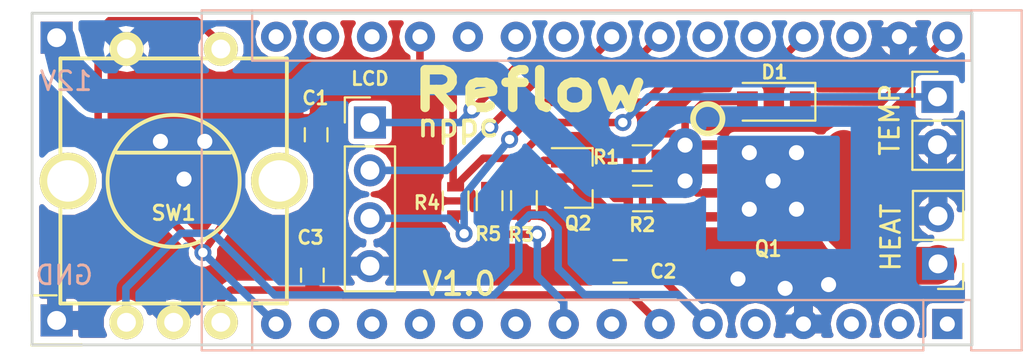
<source format=kicad_pcb>
(kicad_pcb (version 4) (host pcbnew 4.0.7)

  (general
    (links 41)
    (no_connects 0)
    (area 123.224999 118.424999 173.175001 136.175001)
    (thickness 1.6)
    (drawings 7)
    (tracks 200)
    (zones 0)
    (modules 18)
    (nets 35)
  )

  (page A4)
  (layers
    (0 F.Cu signal)
    (31 B.Cu signal)
    (32 B.Adhes user)
    (33 F.Adhes user)
    (34 B.Paste user)
    (35 F.Paste user)
    (36 B.SilkS user)
    (37 F.SilkS user)
    (38 B.Mask user)
    (39 F.Mask user)
    (40 Dwgs.User user)
    (41 Cmts.User user)
    (42 Eco1.User user)
    (43 Eco2.User user)
    (44 Edge.Cuts user)
    (45 Margin user)
    (46 B.CrtYd user)
    (47 F.CrtYd user)
    (48 B.Fab user)
    (49 F.Fab user)
  )

  (setup
    (last_trace_width 0.4)
    (user_trace_width 0.4)
    (user_trace_width 1.5)
    (user_trace_width 2)
    (trace_clearance 0.3)
    (zone_clearance 0.3)
    (zone_45_only yes)
    (trace_min 0.2)
    (segment_width 0.2)
    (edge_width 0.15)
    (via_size 0.9)
    (via_drill 0.5)
    (via_min_size 0.4)
    (via_min_drill 0.3)
    (user_via 1 0.5)
    (user_via 2.2 1)
    (uvia_size 0.3)
    (uvia_drill 0.1)
    (uvias_allowed no)
    (uvia_min_size 0.2)
    (uvia_min_drill 0.1)
    (pcb_text_width 0.3)
    (pcb_text_size 1.5 1.5)
    (mod_edge_width 0.15)
    (mod_text_size 1 1)
    (mod_text_width 0.15)
    (pad_size 1.524 1.524)
    (pad_drill 0.762)
    (pad_to_mask_clearance 0.2)
    (aux_axis_origin 0 0)
    (visible_elements 7FFFFF7F)
    (pcbplotparams
      (layerselection 0x00000_80000001)
      (usegerberextensions false)
      (excludeedgelayer false)
      (linewidth 0.100000)
      (plotframeref false)
      (viasonmask true)
      (mode 1)
      (useauxorigin false)
      (hpglpennumber 1)
      (hpglpenspeed 20)
      (hpglpendiameter 15)
      (hpglpenoverlay 2)
      (psnegative false)
      (psa4output false)
      (plotreference false)
      (plotvalue false)
      (plotinvisibletext false)
      (padsonsilk false)
      (subtractmaskfromsilk false)
      (outputformat 4)
      (mirror false)
      (drillshape 2)
      (scaleselection 1)
      (outputdirectory ""))
  )

  (net 0 "")
  (net 1 "Net-(D1-Pad1)")
  (net 2 GND)
  (net 3 +12V)
  (net 4 /Temp)
  (net 5 "Net-(J4-Pad1)")
  (net 6 "Net-(J4-Pad17)")
  (net 7 "Net-(J4-Pad2)")
  (net 8 "Net-(J4-Pad18)")
  (net 9 "Net-(J4-Pad3)")
  (net 10 "Net-(J4-Pad20)")
  (net 11 "Net-(J4-Pad5)")
  (net 12 "Net-(J4-Pad21)")
  (net 13 "Net-(J4-Pad22)")
  (net 14 "Net-(J4-Pad23)")
  (net 15 "Net-(J4-Pad8)")
  (net 16 "Net-(J4-Pad24)")
  (net 17 /Heat)
  (net 18 "Net-(J4-Pad25)")
  (net 19 "Net-(J4-Pad10)")
  (net 20 "Net-(J4-Pad26)")
  (net 21 "Net-(J4-Pad11)")
  (net 22 VCC)
  (net 23 "Net-(J4-Pad12)")
  (net 24 "Net-(J4-Pad28)")
  (net 25 "Net-(J4-Pad13)")
  (net 26 "Net-(J4-Pad14)")
  (net 27 "Net-(J4-Pad16)")
  (net 28 "Net-(Q1-Pad1)")
  (net 29 "Net-(Q2-Pad1)")
  (net 30 "Net-(Q2-Pad3)")
  (net 31 "Net-(C2-Pad1)")
  (net 32 "Net-(C3-Pad1)")
  (net 33 "Net-(C1-Pad1)")
  (net 34 "Net-(HEAT1-Pad1)")

  (net_class Default "This is the default net class."
    (clearance 0.3)
    (trace_width 0.4)
    (via_dia 0.9)
    (via_drill 0.5)
    (uvia_dia 0.3)
    (uvia_drill 0.1)
    (add_net /Heat)
    (add_net /Temp)
    (add_net "Net-(C1-Pad1)")
    (add_net "Net-(C2-Pad1)")
    (add_net "Net-(C3-Pad1)")
    (add_net "Net-(HEAT1-Pad1)")
    (add_net "Net-(J4-Pad1)")
    (add_net "Net-(J4-Pad10)")
    (add_net "Net-(J4-Pad11)")
    (add_net "Net-(J4-Pad12)")
    (add_net "Net-(J4-Pad13)")
    (add_net "Net-(J4-Pad14)")
    (add_net "Net-(J4-Pad16)")
    (add_net "Net-(J4-Pad17)")
    (add_net "Net-(J4-Pad18)")
    (add_net "Net-(J4-Pad2)")
    (add_net "Net-(J4-Pad20)")
    (add_net "Net-(J4-Pad21)")
    (add_net "Net-(J4-Pad22)")
    (add_net "Net-(J4-Pad23)")
    (add_net "Net-(J4-Pad24)")
    (add_net "Net-(J4-Pad25)")
    (add_net "Net-(J4-Pad26)")
    (add_net "Net-(J4-Pad28)")
    (add_net "Net-(J4-Pad3)")
    (add_net "Net-(J4-Pad5)")
    (add_net "Net-(J4-Pad8)")
    (add_net "Net-(Q1-Pad1)")
    (add_net "Net-(Q2-Pad1)")
    (add_net "Net-(Q2-Pad3)")
    (add_net VCC)
  )

  (net_class 12V ""
    (clearance 0.3)
    (trace_width 1.8)
    (via_dia 1.5)
    (via_drill 0.8)
    (uvia_dia 0.3)
    (uvia_drill 0.1)
    (add_net +12V)
    (add_net GND)
  )

  (net_class Thin ""
    (clearance 0.26)
    (trace_width 0.3)
    (via_dia 0.7)
    (via_drill 0.4)
    (uvia_dia 0.3)
    (uvia_drill 0.1)
    (add_net "Net-(D1-Pad1)")
  )

  (module KiCadCustomLibs:DFN-8-1EP_6x5mm (layer F.Cu) (tedit 5A21536F) (tstamp 5A2003B8)
    (at 162.1 127.4)
    (descr "DD Package; 8-Lead Plastic DFN (6mm x 5mm) (see http://www.everspin.com/file/236/download)")
    (tags "dfn ")
    (path /5A1FDB48)
    (attr smd)
    (fp_text reference Q1 (at 0.2 3.6) (layer F.SilkS)
      (effects (font (size 0.8 0.7) (thickness 0.15)))
    )
    (fp_text value AON6403 (at 0 3.65) (layer F.Fab)
      (effects (font (size 1 1) (thickness 0.15)))
    )
    (fp_circle (center -3 -3.3) (end -2.5 -2.7) (layer F.SilkS) (width 0.3))
    (fp_line (start -2 -2.5) (end -3 -1.5) (layer F.Fab) (width 0.1))
    (fp_line (start -3 2.5) (end -3 -1.5) (layer F.Fab) (width 0.1))
    (fp_line (start 3 2.5) (end -3 2.5) (layer F.Fab) (width 0.1))
    (fp_line (start 3 -2.5) (end 3 2.5) (layer F.Fab) (width 0.1))
    (fp_line (start -2 -2.5) (end 3 -2.5) (layer F.Fab) (width 0.1))
    (fp_line (start -3.7 2.8) (end -3.7 -2.9) (layer F.CrtYd) (width 0.05))
    (fp_line (start 3.7 2.8) (end -3.7 2.8) (layer F.CrtYd) (width 0.05))
    (fp_line (start 3.7 -2.9) (end 3.7 2.8) (layer F.CrtYd) (width 0.05))
    (fp_line (start -3.7 -2.9) (end 3.7 -2.9) (layer F.CrtYd) (width 0.05))
    (fp_text user %R (at 0 0) (layer F.Fab)
      (effects (font (size 1 1) (thickness 0.15)))
    )
    (pad 2 smd rect (at 0.46 0 270) (size 4.6 4.12) (layers F.Cu F.Paste F.Mask)
      (net 34 "Net-(HEAT1-Pad1)") (solder_mask_margin 0.1) (solder_paste_margin -0.15) (clearance 0.1))
    (pad 3 smd rect (at -2.9 -1.905 270) (size 0.5 0.8) (layers F.Cu F.Paste F.Mask)
      (net 3 +12V) (solder_mask_margin 0.1) (clearance 0.1))
    (pad 3 smd rect (at -2.9 -0.635 270) (size 0.5 0.8) (layers F.Cu F.Paste F.Mask)
      (net 3 +12V) (solder_mask_margin 0.1) (clearance 0.1))
    (pad 3 smd rect (at -2.9 0.635 270) (size 0.5 0.8) (layers F.Cu F.Paste F.Mask)
      (net 3 +12V) (solder_mask_margin 0.1) (clearance 0.1))
    (pad 1 smd rect (at -2.9 1.905 270) (size 0.5 0.8) (layers F.Cu F.Paste F.Mask)
      (net 28 "Net-(Q1-Pad1)") (solder_mask_margin 0.1) (clearance 0.1))
    (pad 2 smd rect (at 2.9 1.905 270) (size 0.5 0.8) (layers F.Cu F.Paste F.Mask)
      (net 34 "Net-(HEAT1-Pad1)") (solder_mask_margin 0.1) (clearance 0.1))
    (pad 2 smd rect (at 2.9 0.635 270) (size 0.5 0.8) (layers F.Cu F.Paste F.Mask)
      (net 34 "Net-(HEAT1-Pad1)") (solder_mask_margin 0.1) (clearance 0.1))
    (pad 2 smd rect (at 2.9 -0.635 270) (size 0.5 0.8) (layers F.Cu F.Paste F.Mask)
      (net 34 "Net-(HEAT1-Pad1)") (solder_mask_margin 0.1) (clearance 0.1))
    (pad 2 smd rect (at 2.9 -1.905 270) (size 0.5 0.8) (layers F.Cu F.Paste F.Mask)
      (net 34 "Net-(HEAT1-Pad1)") (solder_mask_margin 0.1) (clearance 0.1))
    (model ${KISYS3DMOD}/Housings_DFN_QFN.3dshapes/DFN-8-1EP_6x5mm_Pitch1.27mm.wrl
      (at (xyz 0 0 0))
      (scale (xyz 1 1 1))
      (rotate (xyz 0 0 0))
    )
  )

  (module Pin_Headers:Pin_Header_Straight_1x01_Pitch2.54mm (layer F.Cu) (tedit 5A214CD4) (tstamp 5A21259F)
    (at 124.6 119.8)
    (descr "Through hole straight pin header, 1x01, 2.54mm pitch, single row")
    (tags "Through hole pin header THT 1x01 2.54mm single row")
    (path /5A2130CC)
    (fp_text reference 12V (at 0.5 2.3) (layer B.SilkS)
      (effects (font (size 1 1) (thickness 0.15)) (justify mirror))
    )
    (fp_text value PWR (at 0 2.33) (layer F.Fab) hide
      (effects (font (size 1 1) (thickness 0.15)))
    )
    (fp_line (start -0.635 -1.27) (end 1.27 -1.27) (layer F.Fab) (width 0.1))
    (fp_line (start 1.27 -1.27) (end 1.27 1.27) (layer F.Fab) (width 0.1))
    (fp_line (start 1.27 1.27) (end -1.27 1.27) (layer F.Fab) (width 0.1))
    (fp_line (start -1.27 1.27) (end -1.27 -0.635) (layer F.Fab) (width 0.1))
    (fp_line (start -1.27 -0.635) (end -0.635 -1.27) (layer F.Fab) (width 0.1))
    (fp_line (start -1.8 -1.8) (end -1.8 1.8) (layer F.CrtYd) (width 0.05))
    (fp_line (start -1.8 1.8) (end 1.8 1.8) (layer F.CrtYd) (width 0.05))
    (fp_line (start 1.8 1.8) (end 1.8 -1.8) (layer F.CrtYd) (width 0.05))
    (fp_line (start 1.8 -1.8) (end -1.8 -1.8) (layer F.CrtYd) (width 0.05))
    (fp_text user %R (at 0 0 90) (layer F.Fab)
      (effects (font (size 1 1) (thickness 0.15)))
    )
    (pad 1 thru_hole rect (at 0 0) (size 1.7 1.7) (drill 1) (layers *.Cu *.Mask)
      (net 3 +12V))
  )

  (module ROTARY-ENCODER (layer F.Cu) (tedit 5A2129B8) (tstamp 5A200433)
    (at 130.8 127.4)
    (path /5A203BA2)
    (fp_text reference SW1 (at 0 1.7) (layer F.SilkS)
      (effects (font (size 0.762 0.762) (thickness 0.1524)))
    )
    (fp_text value Rotary_Encoder (at 0 0) (layer F.SilkS) hide
      (effects (font (size 0.762 0.762) (thickness 0.1524)))
    )
    (fp_line (start 3 -1.5) (end -3 -1.5) (layer F.SilkS) (width 0.2032))
    (fp_circle (center 0 0) (end 3.5 0) (layer F.SilkS) (width 0.2032))
    (fp_line (start 6 6.5) (end -6 6.5) (layer F.SilkS) (width 0.2032))
    (fp_line (start -6 6.5) (end -6 -6.5) (layer F.SilkS) (width 0.2032))
    (fp_line (start -6 -6.5) (end 6 -6.5) (layer F.SilkS) (width 0.2032))
    (fp_line (start 6 -6.5) (end 6 6.5) (layer F.SilkS) (width 0.2032))
    (pad 1 thru_hole circle (at -2.5 7.5) (size 1.8 1.8) (drill 1) (layers *.Cu *.Mask F.SilkS)
      (net 31 "Net-(C2-Pad1)"))
    (pad 3 thru_hole circle (at 2.5 7.5) (size 1.8 1.8) (drill 1) (layers *.Cu *.Mask F.SilkS)
      (net 32 "Net-(C3-Pad1)"))
    (pad 2 thru_hole circle (at 0 7.5) (size 1.8 1.8) (drill 1) (layers *.Cu *.Mask F.SilkS)
      (net 2 GND))
    (pad 4 thru_hole circle (at -2.5 -7) (size 1.8 1.8) (drill 1) (layers *.Cu *.Mask F.SilkS)
      (net 2 GND))
    (pad 5 thru_hole circle (at 2.5 -7) (size 1.8 1.8) (drill 1) (layers *.Cu *.Mask F.SilkS)
      (net 33 "Net-(C1-Pad1)"))
    (pad "" thru_hole circle (at 5.6 0) (size 3 3) (drill 2.2) (layers *.Cu *.Mask F.SilkS))
    (pad "" thru_hole circle (at -5.6 0) (size 3 3) (drill 2.2) (layers *.Cu *.Mask F.SilkS))
    (model AB2_ROT_ENC_W_SW.wrl
      (at (xyz 0 0 0))
      (scale (xyz 0.015 0.015 0.015))
      (rotate (xyz 0 0 180))
    )
  )

  (module Diodes_SMD:D_SOD-123F (layer F.Cu) (tedit 5A215310) (tstamp 5A20032D)
    (at 162.6 123.2 180)
    (descr D_SOD-123F)
    (tags D_SOD-123F)
    (path /5A201D3A)
    (attr smd)
    (fp_text reference D1 (at -0.03 1.57 180) (layer F.SilkS)
      (effects (font (size 0.7 0.7) (thickness 0.15)))
    )
    (fp_text value D (at 0 2.1 180) (layer F.Fab) hide
      (effects (font (size 1 1) (thickness 0.15)))
    )
    (fp_text user %R (at -0.127 -1.905 180) (layer F.Fab) hide
      (effects (font (size 1 1) (thickness 0.15)))
    )
    (fp_line (start -2.2 -1) (end -2.2 1) (layer F.SilkS) (width 0.12))
    (fp_line (start 0.25 0) (end 0.75 0) (layer F.Fab) (width 0.1))
    (fp_line (start 0.25 0.4) (end -0.35 0) (layer F.Fab) (width 0.1))
    (fp_line (start 0.25 -0.4) (end 0.25 0.4) (layer F.Fab) (width 0.1))
    (fp_line (start -0.35 0) (end 0.25 -0.4) (layer F.Fab) (width 0.1))
    (fp_line (start -0.35 0) (end -0.35 0.55) (layer F.Fab) (width 0.1))
    (fp_line (start -0.35 0) (end -0.35 -0.55) (layer F.Fab) (width 0.1))
    (fp_line (start -0.75 0) (end -0.35 0) (layer F.Fab) (width 0.1))
    (fp_line (start -1.4 0.9) (end -1.4 -0.9) (layer F.Fab) (width 0.1))
    (fp_line (start 1.4 0.9) (end -1.4 0.9) (layer F.Fab) (width 0.1))
    (fp_line (start 1.4 -0.9) (end 1.4 0.9) (layer F.Fab) (width 0.1))
    (fp_line (start -1.4 -0.9) (end 1.4 -0.9) (layer F.Fab) (width 0.1))
    (fp_line (start -2.2 -1.15) (end 2.2 -1.15) (layer F.CrtYd) (width 0.05))
    (fp_line (start 2.2 -1.15) (end 2.2 1.15) (layer F.CrtYd) (width 0.05))
    (fp_line (start 2.2 1.15) (end -2.2 1.15) (layer F.CrtYd) (width 0.05))
    (fp_line (start -2.2 -1.15) (end -2.2 1.15) (layer F.CrtYd) (width 0.05))
    (fp_line (start -2.2 1) (end 1.65 1) (layer F.SilkS) (width 0.12))
    (fp_line (start -2.2 -1) (end 1.65 -1) (layer F.SilkS) (width 0.12))
    (pad 1 smd rect (at -1.4 0 180) (size 1.1 1.1) (layers F.Cu F.Paste F.Mask)
      (net 1 "Net-(D1-Pad1)"))
    (pad 2 smd rect (at 1.4 0 180) (size 1.1 1.1) (layers F.Cu F.Paste F.Mask)
      (net 3 +12V))
    (model ${KISYS3DMOD}/Diodes_SMD.3dshapes/D_SOD-123F.wrl
      (at (xyz 0 0 0))
      (scale (xyz 1 1 1))
      (rotate (xyz 0 0 0))
    )
  )

  (module Modules:Arduino_Nano (layer B.Cu) (tedit 5A201141) (tstamp 5A20037C)
    (at 171.79 134.99 90)
    (descr "Arduino Nano, http://www.mouser.com/pdfdocs/Gravitech_Arduino_Nano3_0.pdf")
    (tags "Arduino Nano")
    (path /5A1FFBDE)
    (fp_text reference J4 (at 7.62 5.08 90) (layer B.SilkS) hide
      (effects (font (size 1 1) (thickness 0.15)) (justify mirror))
    )
    (fp_text value Arduino_Nano_Header (at 8.89 -19.05 360) (layer B.Fab)
      (effects (font (size 1 1) (thickness 0.15)) (justify mirror))
    )
    (fp_text user %R (at 6.35 -19.05 360) (layer B.Fab)
      (effects (font (size 1 1) (thickness 0.15)) (justify mirror))
    )
    (fp_line (start 1.27 -1.27) (end 1.27 1.27) (layer B.SilkS) (width 0.12))
    (fp_line (start 1.27 1.27) (end -1.4 1.27) (layer B.SilkS) (width 0.12))
    (fp_line (start -1.4 -1.27) (end -1.4 -39.5) (layer B.SilkS) (width 0.12))
    (fp_line (start -1.4 3.94) (end -1.4 1.27) (layer B.SilkS) (width 0.12))
    (fp_line (start 13.97 1.27) (end 16.64 1.27) (layer B.SilkS) (width 0.12))
    (fp_line (start 13.97 1.27) (end 13.97 -36.83) (layer B.SilkS) (width 0.12))
    (fp_line (start 13.97 -36.83) (end 16.64 -36.83) (layer B.SilkS) (width 0.12))
    (fp_line (start 1.27 -1.27) (end -1.4 -1.27) (layer B.SilkS) (width 0.12))
    (fp_line (start 1.27 -1.27) (end 1.27 -36.83) (layer B.SilkS) (width 0.12))
    (fp_line (start 1.27 -36.83) (end -1.4 -36.83) (layer B.SilkS) (width 0.12))
    (fp_line (start 3.81 -31.75) (end 11.43 -31.75) (layer B.Fab) (width 0.1))
    (fp_line (start 11.43 -31.75) (end 11.43 -41.91) (layer B.Fab) (width 0.1))
    (fp_line (start 11.43 -41.91) (end 3.81 -41.91) (layer B.Fab) (width 0.1))
    (fp_line (start 3.81 -41.91) (end 3.81 -31.75) (layer B.Fab) (width 0.1))
    (fp_line (start -1.4 -39.5) (end 16.64 -39.5) (layer B.SilkS) (width 0.12))
    (fp_line (start 16.64 -39.5) (end 16.64 3.94) (layer B.SilkS) (width 0.12))
    (fp_line (start 16.64 3.94) (end -1.4 3.94) (layer B.SilkS) (width 0.12))
    (fp_line (start 16.51 -39.37) (end -1.27 -39.37) (layer B.Fab) (width 0.1))
    (fp_line (start -1.27 -39.37) (end -1.27 2.54) (layer B.Fab) (width 0.1))
    (fp_line (start -1.27 2.54) (end 0 3.81) (layer B.Fab) (width 0.1))
    (fp_line (start 0 3.81) (end 16.51 3.81) (layer B.Fab) (width 0.1))
    (fp_line (start 16.51 3.81) (end 16.51 -39.37) (layer B.Fab) (width 0.1))
    (fp_line (start -1.53 4.06) (end 16.75 4.06) (layer B.CrtYd) (width 0.05))
    (fp_line (start -1.53 4.06) (end -1.53 -42.16) (layer B.CrtYd) (width 0.05))
    (fp_line (start 16.75 -42.16) (end 16.75 4.06) (layer B.CrtYd) (width 0.05))
    (fp_line (start 16.75 -42.16) (end -1.53 -42.16) (layer B.CrtYd) (width 0.05))
    (pad 1 thru_hole rect (at 0 0 90) (size 1.6 1.6) (drill 0.8) (layers *.Cu *.Mask)
      (net 5 "Net-(J4-Pad1)"))
    (pad 17 thru_hole oval (at 15.24 -33.02 90) (size 1.6 1.6) (drill 0.8) (layers *.Cu *.Mask)
      (net 6 "Net-(J4-Pad17)"))
    (pad 2 thru_hole oval (at 0 -2.54 90) (size 1.6 1.6) (drill 0.8) (layers *.Cu *.Mask)
      (net 7 "Net-(J4-Pad2)"))
    (pad 18 thru_hole oval (at 15.24 -30.48 90) (size 1.6 1.6) (drill 0.8) (layers *.Cu *.Mask)
      (net 8 "Net-(J4-Pad18)"))
    (pad 3 thru_hole oval (at 0 -5.08 90) (size 1.6 1.6) (drill 0.8) (layers *.Cu *.Mask)
      (net 9 "Net-(J4-Pad3)"))
    (pad 19 thru_hole oval (at 15.24 -27.94 90) (size 1.6 1.6) (drill 0.8) (layers *.Cu *.Mask)
      (net 4 /Temp))
    (pad 4 thru_hole oval (at 0 -7.62 90) (size 1.6 1.6) (drill 0.8) (layers *.Cu *.Mask)
      (net 2 GND))
    (pad 20 thru_hole oval (at 15.24 -25.4 90) (size 1.6 1.6) (drill 0.8) (layers *.Cu *.Mask)
      (net 10 "Net-(J4-Pad20)"))
    (pad 5 thru_hole oval (at 0 -10.16 90) (size 1.6 1.6) (drill 0.8) (layers *.Cu *.Mask)
      (net 11 "Net-(J4-Pad5)"))
    (pad 21 thru_hole oval (at 15.24 -22.86 90) (size 1.6 1.6) (drill 0.8) (layers *.Cu *.Mask)
      (net 12 "Net-(J4-Pad21)"))
    (pad 6 thru_hole oval (at 0 -12.7 90) (size 1.6 1.6) (drill 0.8) (layers *.Cu *.Mask)
      (net 31 "Net-(C2-Pad1)"))
    (pad 22 thru_hole oval (at 15.24 -20.32 90) (size 1.6 1.6) (drill 0.8) (layers *.Cu *.Mask)
      (net 13 "Net-(J4-Pad22)"))
    (pad 7 thru_hole oval (at 0 -15.24 90) (size 1.6 1.6) (drill 0.8) (layers *.Cu *.Mask)
      (net 32 "Net-(C3-Pad1)"))
    (pad 23 thru_hole oval (at 15.24 -17.78 90) (size 1.6 1.6) (drill 0.8) (layers *.Cu *.Mask)
      (net 14 "Net-(J4-Pad23)"))
    (pad 8 thru_hole oval (at 0 -17.78 90) (size 1.6 1.6) (drill 0.8) (layers *.Cu *.Mask)
      (net 15 "Net-(J4-Pad8)"))
    (pad 24 thru_hole oval (at 15.24 -15.24 90) (size 1.6 1.6) (drill 0.8) (layers *.Cu *.Mask)
      (net 16 "Net-(J4-Pad24)"))
    (pad 9 thru_hole oval (at 0 -20.32 90) (size 1.6 1.6) (drill 0.8) (layers *.Cu *.Mask)
      (net 17 /Heat))
    (pad 25 thru_hole oval (at 15.24 -12.7 90) (size 1.6 1.6) (drill 0.8) (layers *.Cu *.Mask)
      (net 18 "Net-(J4-Pad25)"))
    (pad 10 thru_hole oval (at 0 -22.86 90) (size 1.6 1.6) (drill 0.8) (layers *.Cu *.Mask)
      (net 19 "Net-(J4-Pad10)"))
    (pad 26 thru_hole oval (at 15.24 -10.16 90) (size 1.6 1.6) (drill 0.8) (layers *.Cu *.Mask)
      (net 20 "Net-(J4-Pad26)"))
    (pad 11 thru_hole oval (at 0 -25.4 90) (size 1.6 1.6) (drill 0.8) (layers *.Cu *.Mask)
      (net 21 "Net-(J4-Pad11)"))
    (pad 27 thru_hole oval (at 15.24 -7.62 90) (size 1.6 1.6) (drill 0.8) (layers *.Cu *.Mask)
      (net 22 VCC))
    (pad 12 thru_hole oval (at 0 -27.94 90) (size 1.6 1.6) (drill 0.8) (layers *.Cu *.Mask)
      (net 23 "Net-(J4-Pad12)"))
    (pad 28 thru_hole oval (at 15.24 -5.08 90) (size 1.6 1.6) (drill 0.8) (layers *.Cu *.Mask)
      (net 24 "Net-(J4-Pad28)"))
    (pad 13 thru_hole oval (at 0 -30.48 90) (size 1.6 1.6) (drill 0.8) (layers *.Cu *.Mask)
      (net 25 "Net-(J4-Pad13)"))
    (pad 29 thru_hole oval (at 15.24 -2.54 90) (size 1.6 1.6) (drill 0.8) (layers *.Cu *.Mask)
      (net 2 GND))
    (pad 14 thru_hole oval (at 0 -33.02 90) (size 1.6 1.6) (drill 0.8) (layers *.Cu *.Mask)
      (net 26 "Net-(J4-Pad14)"))
    (pad 30 thru_hole oval (at 15.24 0 90) (size 1.6 1.6) (drill 0.8) (layers *.Cu *.Mask)
      (net 1 "Net-(D1-Pad1)"))
    (pad 15 thru_hole oval (at 0 -35.56 90) (size 1.6 1.6) (drill 0.8) (layers *.Cu *.Mask)
      (net 33 "Net-(C1-Pad1)"))
    (pad 16 thru_hole oval (at 15.24 -35.56 90) (size 1.6 1.6) (drill 0.8) (layers *.Cu *.Mask)
      (net 27 "Net-(J4-Pad16)"))
  )

  (module Pin_Headers:Pin_Header_Straight_1x04_Pitch2.54mm (layer F.Cu) (tedit 5A215327) (tstamp 5A200394)
    (at 141.2 124.3)
    (descr "Through hole straight pin header, 1x04, 2.54mm pitch, single row")
    (tags "Through hole pin header THT 1x04 2.54mm single row")
    (path /5A201342)
    (fp_text reference LCD (at 0 -2.33) (layer F.SilkS)
      (effects (font (size 0.7 0.7) (thickness 0.15)))
    )
    (fp_text value LCD (at 0 9.95) (layer F.Fab)
      (effects (font (size 1 1) (thickness 0.15)))
    )
    (fp_line (start -0.635 -1.27) (end 1.27 -1.27) (layer F.Fab) (width 0.1))
    (fp_line (start 1.27 -1.27) (end 1.27 8.89) (layer F.Fab) (width 0.1))
    (fp_line (start 1.27 8.89) (end -1.27 8.89) (layer F.Fab) (width 0.1))
    (fp_line (start -1.27 8.89) (end -1.27 -0.635) (layer F.Fab) (width 0.1))
    (fp_line (start -1.27 -0.635) (end -0.635 -1.27) (layer F.Fab) (width 0.1))
    (fp_line (start -1.33 8.95) (end 1.33 8.95) (layer F.SilkS) (width 0.12))
    (fp_line (start -1.33 1.27) (end -1.33 8.95) (layer F.SilkS) (width 0.12))
    (fp_line (start 1.33 1.27) (end 1.33 8.95) (layer F.SilkS) (width 0.12))
    (fp_line (start -1.33 1.27) (end 1.33 1.27) (layer F.SilkS) (width 0.12))
    (fp_line (start -1.33 0) (end -1.33 -1.33) (layer F.SilkS) (width 0.12))
    (fp_line (start -1.33 -1.33) (end 0 -1.33) (layer F.SilkS) (width 0.12))
    (fp_line (start -1.8 -1.8) (end -1.8 9.4) (layer F.CrtYd) (width 0.05))
    (fp_line (start -1.8 9.4) (end 1.8 9.4) (layer F.CrtYd) (width 0.05))
    (fp_line (start 1.8 9.4) (end 1.8 -1.8) (layer F.CrtYd) (width 0.05))
    (fp_line (start 1.8 -1.8) (end -1.8 -1.8) (layer F.CrtYd) (width 0.05))
    (fp_text user %R (at 0 3.81 90) (layer F.Fab)
      (effects (font (size 1 1) (thickness 0.15)))
    )
    (pad 1 thru_hole rect (at 0 0) (size 1.7 1.7) (drill 1) (layers *.Cu *.Mask)
      (net 14 "Net-(J4-Pad23)"))
    (pad 2 thru_hole oval (at 0 2.54) (size 1.7 1.7) (drill 1) (layers *.Cu *.Mask)
      (net 16 "Net-(J4-Pad24)"))
    (pad 3 thru_hole oval (at 0 5.08) (size 1.7 1.7) (drill 1) (layers *.Cu *.Mask)
      (net 22 VCC))
    (pad 4 thru_hole oval (at 0 7.62) (size 1.7 1.7) (drill 1) (layers *.Cu *.Mask)
      (net 2 GND))
  )

  (module TO_SOT_Packages_SMD:SOT-23 (layer F.Cu) (tedit 5A2152E9) (tstamp 5A2003CD)
    (at 152.24 127.24)
    (descr "SOT-23, Standard")
    (tags SOT-23)
    (path /59B2A260)
    (attr smd)
    (fp_text reference Q2 (at -0.01 2.41) (layer F.SilkS)
      (effects (font (size 0.7 0.7) (thickness 0.15)))
    )
    (fp_text value SI2308 (at 0 2.5) (layer F.Fab) hide
      (effects (font (size 1 1) (thickness 0.15)))
    )
    (fp_text user %R (at 0 0 90) (layer F.Fab)
      (effects (font (size 0.5 0.5) (thickness 0.075)))
    )
    (fp_line (start -0.7 -0.95) (end -0.7 1.5) (layer F.Fab) (width 0.1))
    (fp_line (start -0.15 -1.52) (end 0.7 -1.52) (layer F.Fab) (width 0.1))
    (fp_line (start -0.7 -0.95) (end -0.15 -1.52) (layer F.Fab) (width 0.1))
    (fp_line (start 0.7 -1.52) (end 0.7 1.52) (layer F.Fab) (width 0.1))
    (fp_line (start -0.7 1.52) (end 0.7 1.52) (layer F.Fab) (width 0.1))
    (fp_line (start 0.76 1.58) (end 0.76 0.65) (layer F.SilkS) (width 0.12))
    (fp_line (start 0.76 -1.58) (end 0.76 -0.65) (layer F.SilkS) (width 0.12))
    (fp_line (start -1.7 -1.75) (end 1.7 -1.75) (layer F.CrtYd) (width 0.05))
    (fp_line (start 1.7 -1.75) (end 1.7 1.75) (layer F.CrtYd) (width 0.05))
    (fp_line (start 1.7 1.75) (end -1.7 1.75) (layer F.CrtYd) (width 0.05))
    (fp_line (start -1.7 1.75) (end -1.7 -1.75) (layer F.CrtYd) (width 0.05))
    (fp_line (start 0.76 -1.58) (end -1.4 -1.58) (layer F.SilkS) (width 0.12))
    (fp_line (start 0.76 1.58) (end -0.7 1.58) (layer F.SilkS) (width 0.12))
    (pad 1 smd rect (at -1 -0.95) (size 0.9 0.8) (layers F.Cu F.Paste F.Mask)
      (net 29 "Net-(Q2-Pad1)"))
    (pad 2 smd rect (at -1 0.95) (size 0.9 0.8) (layers F.Cu F.Paste F.Mask)
      (net 2 GND))
    (pad 3 smd rect (at 1 0) (size 0.9 0.8) (layers F.Cu F.Paste F.Mask)
      (net 30 "Net-(Q2-Pad3)"))
    (model ${KISYS3DMOD}/TO_SOT_Packages_SMD.3dshapes/SOT-23.wrl
      (at (xyz 0 0 0))
      (scale (xyz 1 1 1))
      (rotate (xyz 0 0 0))
    )
  )

  (module Resistors_SMD:R_0603 (layer F.Cu) (tedit 5A21558F) (tstamp 5A2003DE)
    (at 155.62 126.19)
    (descr "Resistor SMD 0603, reflow soldering, Vishay (see dcrcw.pdf)")
    (tags "resistor 0603")
    (path /5A1FE14B)
    (attr smd)
    (fp_text reference R1 (at -1.91 -0.05) (layer F.SilkS)
      (effects (font (size 0.7 0.7) (thickness 0.15)))
    )
    (fp_text value 100K (at 0 1.5) (layer F.Fab) hide
      (effects (font (size 1 1) (thickness 0.15)))
    )
    (fp_text user %R (at 0 0) (layer F.Fab)
      (effects (font (size 0.4 0.4) (thickness 0.075)))
    )
    (fp_line (start -0.8 0.4) (end -0.8 -0.4) (layer F.Fab) (width 0.1))
    (fp_line (start 0.8 0.4) (end -0.8 0.4) (layer F.Fab) (width 0.1))
    (fp_line (start 0.8 -0.4) (end 0.8 0.4) (layer F.Fab) (width 0.1))
    (fp_line (start -0.8 -0.4) (end 0.8 -0.4) (layer F.Fab) (width 0.1))
    (fp_line (start 0.5 0.68) (end -0.5 0.68) (layer F.SilkS) (width 0.12))
    (fp_line (start -0.5 -0.68) (end 0.5 -0.68) (layer F.SilkS) (width 0.12))
    (fp_line (start -1.25 -0.7) (end 1.25 -0.7) (layer F.CrtYd) (width 0.05))
    (fp_line (start -1.25 -0.7) (end -1.25 0.7) (layer F.CrtYd) (width 0.05))
    (fp_line (start 1.25 0.7) (end 1.25 -0.7) (layer F.CrtYd) (width 0.05))
    (fp_line (start 1.25 0.7) (end -1.25 0.7) (layer F.CrtYd) (width 0.05))
    (pad 1 smd rect (at -0.75 0) (size 0.5 0.9) (layers F.Cu F.Paste F.Mask)
      (net 3 +12V))
    (pad 2 smd rect (at 0.75 0) (size 0.5 0.9) (layers F.Cu F.Paste F.Mask)
      (net 28 "Net-(Q1-Pad1)"))
    (model ${KISYS3DMOD}/Resistors_SMD.3dshapes/R_0603.wrl
      (at (xyz 0 0 0))
      (scale (xyz 1 1 1))
      (rotate (xyz 0 0 0))
    )
  )

  (module Resistors_SMD:R_0603 (layer F.Cu) (tedit 5A2152F3) (tstamp 5A2003EF)
    (at 155.64 128.33 180)
    (descr "Resistor SMD 0603, reflow soldering, Vishay (see dcrcw.pdf)")
    (tags "resistor 0603")
    (path /5A1FDF45)
    (attr smd)
    (fp_text reference R2 (at 0.01 -1.4 180) (layer F.SilkS)
      (effects (font (size 0.7 0.7) (thickness 0.15)))
    )
    (fp_text value 1K (at 0 1.5 180) (layer F.Fab) hide
      (effects (font (size 1 1) (thickness 0.15)))
    )
    (fp_text user %R (at 0 0 180) (layer F.Fab)
      (effects (font (size 0.4 0.4) (thickness 0.075)))
    )
    (fp_line (start -0.8 0.4) (end -0.8 -0.4) (layer F.Fab) (width 0.1))
    (fp_line (start 0.8 0.4) (end -0.8 0.4) (layer F.Fab) (width 0.1))
    (fp_line (start 0.8 -0.4) (end 0.8 0.4) (layer F.Fab) (width 0.1))
    (fp_line (start -0.8 -0.4) (end 0.8 -0.4) (layer F.Fab) (width 0.1))
    (fp_line (start 0.5 0.68) (end -0.5 0.68) (layer F.SilkS) (width 0.12))
    (fp_line (start -0.5 -0.68) (end 0.5 -0.68) (layer F.SilkS) (width 0.12))
    (fp_line (start -1.25 -0.7) (end 1.25 -0.7) (layer F.CrtYd) (width 0.05))
    (fp_line (start -1.25 -0.7) (end -1.25 0.7) (layer F.CrtYd) (width 0.05))
    (fp_line (start 1.25 0.7) (end 1.25 -0.7) (layer F.CrtYd) (width 0.05))
    (fp_line (start 1.25 0.7) (end -1.25 0.7) (layer F.CrtYd) (width 0.05))
    (pad 1 smd rect (at -0.75 0 180) (size 0.5 0.9) (layers F.Cu F.Paste F.Mask)
      (net 28 "Net-(Q1-Pad1)"))
    (pad 2 smd rect (at 0.75 0 180) (size 0.5 0.9) (layers F.Cu F.Paste F.Mask)
      (net 30 "Net-(Q2-Pad3)"))
    (model ${KISYS3DMOD}/Resistors_SMD.3dshapes/R_0603.wrl
      (at (xyz 0 0 0))
      (scale (xyz 1 1 1))
      (rotate (xyz 0 0 0))
    )
  )

  (module Resistors_SMD:R_0603 (layer F.Cu) (tedit 5A215574) (tstamp 5A200400)
    (at 149.36 128.44 270)
    (descr "Resistor SMD 0603, reflow soldering, Vishay (see dcrcw.pdf)")
    (tags "resistor 0603")
    (path /5A1FE630)
    (attr smd)
    (fp_text reference R3 (at 1.81 0.14 360) (layer F.SilkS)
      (effects (font (size 0.7 0.7) (thickness 0.15)))
    )
    (fp_text value 10K (at 0 1.5 270) (layer F.Fab) hide
      (effects (font (size 1 1) (thickness 0.15)))
    )
    (fp_text user %R (at 0 0 270) (layer F.Fab)
      (effects (font (size 0.4 0.4) (thickness 0.075)))
    )
    (fp_line (start -0.8 0.4) (end -0.8 -0.4) (layer F.Fab) (width 0.1))
    (fp_line (start 0.8 0.4) (end -0.8 0.4) (layer F.Fab) (width 0.1))
    (fp_line (start 0.8 -0.4) (end 0.8 0.4) (layer F.Fab) (width 0.1))
    (fp_line (start -0.8 -0.4) (end 0.8 -0.4) (layer F.Fab) (width 0.1))
    (fp_line (start 0.5 0.68) (end -0.5 0.68) (layer F.SilkS) (width 0.12))
    (fp_line (start -0.5 -0.68) (end 0.5 -0.68) (layer F.SilkS) (width 0.12))
    (fp_line (start -1.25 -0.7) (end 1.25 -0.7) (layer F.CrtYd) (width 0.05))
    (fp_line (start -1.25 -0.7) (end -1.25 0.7) (layer F.CrtYd) (width 0.05))
    (fp_line (start 1.25 0.7) (end 1.25 -0.7) (layer F.CrtYd) (width 0.05))
    (fp_line (start 1.25 0.7) (end -1.25 0.7) (layer F.CrtYd) (width 0.05))
    (pad 1 smd rect (at -0.75 0 270) (size 0.5 0.9) (layers F.Cu F.Paste F.Mask)
      (net 29 "Net-(Q2-Pad1)"))
    (pad 2 smd rect (at 0.75 0 270) (size 0.5 0.9) (layers F.Cu F.Paste F.Mask)
      (net 2 GND))
    (model ${KISYS3DMOD}/Resistors_SMD.3dshapes/R_0603.wrl
      (at (xyz 0 0 0))
      (scale (xyz 1 1 1))
      (rotate (xyz 0 0 0))
    )
  )

  (module Resistors_SMD:R_0603 (layer F.Cu) (tedit 5A215299) (tstamp 5A200411)
    (at 145.74 128.46 270)
    (descr "Resistor SMD 0603, reflow soldering, Vishay (see dcrcw.pdf)")
    (tags "resistor 0603")
    (path /59B2A57F)
    (attr smd)
    (fp_text reference R4 (at 0.1 1.52 360) (layer F.SilkS)
      (effects (font (size 0.7 0.7) (thickness 0.15)))
    )
    (fp_text value 4.7K (at 0 1.5 270) (layer F.Fab) hide
      (effects (font (size 1 1) (thickness 0.15)))
    )
    (fp_text user %R (at 0 0 270) (layer F.Fab)
      (effects (font (size 0.4 0.4) (thickness 0.075)))
    )
    (fp_line (start -0.8 0.4) (end -0.8 -0.4) (layer F.Fab) (width 0.1))
    (fp_line (start 0.8 0.4) (end -0.8 0.4) (layer F.Fab) (width 0.1))
    (fp_line (start 0.8 -0.4) (end 0.8 0.4) (layer F.Fab) (width 0.1))
    (fp_line (start -0.8 -0.4) (end 0.8 -0.4) (layer F.Fab) (width 0.1))
    (fp_line (start 0.5 0.68) (end -0.5 0.68) (layer F.SilkS) (width 0.12))
    (fp_line (start -0.5 -0.68) (end 0.5 -0.68) (layer F.SilkS) (width 0.12))
    (fp_line (start -1.25 -0.7) (end 1.25 -0.7) (layer F.CrtYd) (width 0.05))
    (fp_line (start -1.25 -0.7) (end -1.25 0.7) (layer F.CrtYd) (width 0.05))
    (fp_line (start 1.25 0.7) (end 1.25 -0.7) (layer F.CrtYd) (width 0.05))
    (fp_line (start 1.25 0.7) (end -1.25 0.7) (layer F.CrtYd) (width 0.05))
    (pad 1 smd rect (at -0.75 0 270) (size 0.5 0.9) (layers F.Cu F.Paste F.Mask)
      (net 4 /Temp))
    (pad 2 smd rect (at 0.75 0 270) (size 0.5 0.9) (layers F.Cu F.Paste F.Mask)
      (net 22 VCC))
    (model ${KISYS3DMOD}/Resistors_SMD.3dshapes/R_0603.wrl
      (at (xyz 0 0 0))
      (scale (xyz 1 1 1))
      (rotate (xyz 0 0 0))
    )
  )

  (module Resistors_SMD:R_0603 (layer F.Cu) (tedit 5A21556F) (tstamp 5A200422)
    (at 147.54 128.45 90)
    (descr "Resistor SMD 0603, reflow soldering, Vishay (see dcrcw.pdf)")
    (tags "resistor 0603")
    (path /5A1FE79F)
    (attr smd)
    (fp_text reference R5 (at -1.76 -0.07 180) (layer F.SilkS)
      (effects (font (size 0.7 0.7) (thickness 0.15)))
    )
    (fp_text value 100 (at 0 1.5 90) (layer F.Fab) hide
      (effects (font (size 1 1) (thickness 0.15)))
    )
    (fp_text user %R (at 0 0 90) (layer F.Fab)
      (effects (font (size 0.4 0.4) (thickness 0.075)))
    )
    (fp_line (start -0.8 0.4) (end -0.8 -0.4) (layer F.Fab) (width 0.1))
    (fp_line (start 0.8 0.4) (end -0.8 0.4) (layer F.Fab) (width 0.1))
    (fp_line (start 0.8 -0.4) (end 0.8 0.4) (layer F.Fab) (width 0.1))
    (fp_line (start -0.8 -0.4) (end 0.8 -0.4) (layer F.Fab) (width 0.1))
    (fp_line (start 0.5 0.68) (end -0.5 0.68) (layer F.SilkS) (width 0.12))
    (fp_line (start -0.5 -0.68) (end 0.5 -0.68) (layer F.SilkS) (width 0.12))
    (fp_line (start -1.25 -0.7) (end 1.25 -0.7) (layer F.CrtYd) (width 0.05))
    (fp_line (start -1.25 -0.7) (end -1.25 0.7) (layer F.CrtYd) (width 0.05))
    (fp_line (start 1.25 0.7) (end 1.25 -0.7) (layer F.CrtYd) (width 0.05))
    (fp_line (start 1.25 0.7) (end -1.25 0.7) (layer F.CrtYd) (width 0.05))
    (pad 1 smd rect (at -0.75 0 90) (size 0.5 0.9) (layers F.Cu F.Paste F.Mask)
      (net 17 /Heat))
    (pad 2 smd rect (at 0.75 0 90) (size 0.5 0.9) (layers F.Cu F.Paste F.Mask)
      (net 29 "Net-(Q2-Pad1)"))
    (model ${KISYS3DMOD}/Resistors_SMD.3dshapes/R_0603.wrl
      (at (xyz 0 0 0))
      (scale (xyz 1 1 1))
      (rotate (xyz 0 0 0))
    )
  )

  (module Pin_Headers:Pin_Header_Straight_1x02_Pitch2.54mm (layer F.Cu) (tedit 5A202830) (tstamp 5A2008EE)
    (at 171.27 122.94)
    (descr "Through hole straight pin header, 1x02, 2.54mm pitch, single row")
    (tags "Through hole pin header THT 1x02 2.54mm single row")
    (path /59B2A3BB)
    (fp_text reference TEMP (at -2.53 1.21 90) (layer F.SilkS)
      (effects (font (size 1 1) (thickness 0.15)))
    )
    (fp_text value "Temp sensor" (at 0 4.87) (layer F.Fab) hide
      (effects (font (size 1 1) (thickness 0.15)))
    )
    (fp_line (start -0.635 -1.27) (end 1.27 -1.27) (layer F.Fab) (width 0.1))
    (fp_line (start 1.27 -1.27) (end 1.27 3.81) (layer F.Fab) (width 0.1))
    (fp_line (start 1.27 3.81) (end -1.27 3.81) (layer F.Fab) (width 0.1))
    (fp_line (start -1.27 3.81) (end -1.27 -0.635) (layer F.Fab) (width 0.1))
    (fp_line (start -1.27 -0.635) (end -0.635 -1.27) (layer F.Fab) (width 0.1))
    (fp_line (start -1.33 3.87) (end 1.33 3.87) (layer F.SilkS) (width 0.12))
    (fp_line (start -1.33 1.27) (end -1.33 3.87) (layer F.SilkS) (width 0.12))
    (fp_line (start 1.33 1.27) (end 1.33 3.87) (layer F.SilkS) (width 0.12))
    (fp_line (start -1.33 1.27) (end 1.33 1.27) (layer F.SilkS) (width 0.12))
    (fp_line (start -1.33 0) (end -1.33 -1.33) (layer F.SilkS) (width 0.12))
    (fp_line (start -1.33 -1.33) (end 0 -1.33) (layer F.SilkS) (width 0.12))
    (fp_line (start -1.8 -1.8) (end -1.8 4.35) (layer F.CrtYd) (width 0.05))
    (fp_line (start -1.8 4.35) (end 1.8 4.35) (layer F.CrtYd) (width 0.05))
    (fp_line (start 1.8 4.35) (end 1.8 -1.8) (layer F.CrtYd) (width 0.05))
    (fp_line (start 1.8 -1.8) (end -1.8 -1.8) (layer F.CrtYd) (width 0.05))
    (fp_text user %R (at 0 1.27 90) (layer F.Fab)
      (effects (font (size 1 1) (thickness 0.15)))
    )
    (pad 1 thru_hole rect (at 0 0) (size 1.7 1.7) (drill 1) (layers *.Cu *.Mask)
      (net 4 /Temp))
    (pad 2 thru_hole oval (at 0 2.54) (size 1.7 1.7) (drill 1) (layers *.Cu *.Mask)
      (net 2 GND))
  )

  (module Capacitors_SMD:C_0603 (layer F.Cu) (tedit 5A215341) (tstamp 5A2120BE)
    (at 138.35 124.95 90)
    (descr "Capacitor SMD 0603, reflow soldering, AVX (see smccp.pdf)")
    (tags "capacitor 0603")
    (path /5A2120D3)
    (attr smd)
    (fp_text reference C1 (at 1.95 -0.04 180) (layer F.SilkS)
      (effects (font (size 0.7 0.7) (thickness 0.15)))
    )
    (fp_text value 22n (at 0 1.5 90) (layer F.Fab) hide
      (effects (font (size 1 1) (thickness 0.15)))
    )
    (fp_line (start 1.4 0.65) (end -1.4 0.65) (layer F.CrtYd) (width 0.05))
    (fp_line (start 1.4 0.65) (end 1.4 -0.65) (layer F.CrtYd) (width 0.05))
    (fp_line (start -1.4 -0.65) (end -1.4 0.65) (layer F.CrtYd) (width 0.05))
    (fp_line (start -1.4 -0.65) (end 1.4 -0.65) (layer F.CrtYd) (width 0.05))
    (fp_line (start 0.35 0.6) (end -0.35 0.6) (layer F.SilkS) (width 0.12))
    (fp_line (start -0.35 -0.6) (end 0.35 -0.6) (layer F.SilkS) (width 0.12))
    (fp_line (start -0.8 -0.4) (end 0.8 -0.4) (layer F.Fab) (width 0.1))
    (fp_line (start 0.8 -0.4) (end 0.8 0.4) (layer F.Fab) (width 0.1))
    (fp_line (start 0.8 0.4) (end -0.8 0.4) (layer F.Fab) (width 0.1))
    (fp_line (start -0.8 0.4) (end -0.8 -0.4) (layer F.Fab) (width 0.1))
    (fp_text user %R (at 0 0 90) (layer F.Fab)
      (effects (font (size 0.3 0.3) (thickness 0.075)))
    )
    (pad 2 smd rect (at 0.75 0 90) (size 0.8 0.75) (layers F.Cu F.Paste F.Mask)
      (net 2 GND))
    (pad 1 smd rect (at -0.75 0 90) (size 0.8 0.75) (layers F.Cu F.Paste F.Mask)
      (net 33 "Net-(C1-Pad1)"))
    (model Capacitors_SMD.3dshapes/C_0603.wrl
      (at (xyz 0 0 0))
      (scale (xyz 1 1 1))
      (rotate (xyz 0 0 0))
    )
  )

  (module Capacitors_SMD:C_0603 (layer F.Cu) (tedit 5A215368) (tstamp 5A2120CF)
    (at 154.45 132.2 180)
    (descr "Capacitor SMD 0603, reflow soldering, AVX (see smccp.pdf)")
    (tags "capacitor 0603")
    (path /5A21222B)
    (attr smd)
    (fp_text reference C2 (at -2.3 0 180) (layer F.SilkS)
      (effects (font (size 0.7 0.7) (thickness 0.15)))
    )
    (fp_text value 22n (at 0 1.5 180) (layer F.Fab) hide
      (effects (font (size 1 1) (thickness 0.15)))
    )
    (fp_line (start 1.4 0.65) (end -1.4 0.65) (layer F.CrtYd) (width 0.05))
    (fp_line (start 1.4 0.65) (end 1.4 -0.65) (layer F.CrtYd) (width 0.05))
    (fp_line (start -1.4 -0.65) (end -1.4 0.65) (layer F.CrtYd) (width 0.05))
    (fp_line (start -1.4 -0.65) (end 1.4 -0.65) (layer F.CrtYd) (width 0.05))
    (fp_line (start 0.35 0.6) (end -0.35 0.6) (layer F.SilkS) (width 0.12))
    (fp_line (start -0.35 -0.6) (end 0.35 -0.6) (layer F.SilkS) (width 0.12))
    (fp_line (start -0.8 -0.4) (end 0.8 -0.4) (layer F.Fab) (width 0.1))
    (fp_line (start 0.8 -0.4) (end 0.8 0.4) (layer F.Fab) (width 0.1))
    (fp_line (start 0.8 0.4) (end -0.8 0.4) (layer F.Fab) (width 0.1))
    (fp_line (start -0.8 0.4) (end -0.8 -0.4) (layer F.Fab) (width 0.1))
    (fp_text user %R (at 0 0 180) (layer F.Fab)
      (effects (font (size 0.3 0.3) (thickness 0.075)))
    )
    (pad 2 smd rect (at 0.75 0 180) (size 0.8 0.75) (layers F.Cu F.Paste F.Mask)
      (net 2 GND))
    (pad 1 smd rect (at -0.75 0 180) (size 0.8 0.75) (layers F.Cu F.Paste F.Mask)
      (net 31 "Net-(C2-Pad1)"))
    (model Capacitors_SMD.3dshapes/C_0603.wrl
      (at (xyz 0 0 0))
      (scale (xyz 1 1 1))
      (rotate (xyz 0 0 0))
    )
  )

  (module Capacitors_SMD:C_0603 (layer F.Cu) (tedit 5A21534A) (tstamp 5A2120E0)
    (at 138.15 132.4 90)
    (descr "Capacitor SMD 0603, reflow soldering, AVX (see smccp.pdf)")
    (tags "capacitor 0603")
    (path /5A2121CD)
    (attr smd)
    (fp_text reference C3 (at 2 -0.1 180) (layer F.SilkS)
      (effects (font (size 0.7 0.7) (thickness 0.15)))
    )
    (fp_text value 22n (at 0 1.5 90) (layer F.Fab) hide
      (effects (font (size 1 1) (thickness 0.15)))
    )
    (fp_line (start 1.4 0.65) (end -1.4 0.65) (layer F.CrtYd) (width 0.05))
    (fp_line (start 1.4 0.65) (end 1.4 -0.65) (layer F.CrtYd) (width 0.05))
    (fp_line (start -1.4 -0.65) (end -1.4 0.65) (layer F.CrtYd) (width 0.05))
    (fp_line (start -1.4 -0.65) (end 1.4 -0.65) (layer F.CrtYd) (width 0.05))
    (fp_line (start 0.35 0.6) (end -0.35 0.6) (layer F.SilkS) (width 0.12))
    (fp_line (start -0.35 -0.6) (end 0.35 -0.6) (layer F.SilkS) (width 0.12))
    (fp_line (start -0.8 -0.4) (end 0.8 -0.4) (layer F.Fab) (width 0.1))
    (fp_line (start 0.8 -0.4) (end 0.8 0.4) (layer F.Fab) (width 0.1))
    (fp_line (start 0.8 0.4) (end -0.8 0.4) (layer F.Fab) (width 0.1))
    (fp_line (start -0.8 0.4) (end -0.8 -0.4) (layer F.Fab) (width 0.1))
    (fp_text user %R (at 0 0 90) (layer F.Fab)
      (effects (font (size 0.3 0.3) (thickness 0.075)))
    )
    (pad 2 smd rect (at 0.75 0 90) (size 0.8 0.75) (layers F.Cu F.Paste F.Mask)
      (net 2 GND))
    (pad 1 smd rect (at -0.75 0 90) (size 0.8 0.75) (layers F.Cu F.Paste F.Mask)
      (net 32 "Net-(C3-Pad1)"))
    (model Capacitors_SMD.3dshapes/C_0603.wrl
      (at (xyz 0 0 0))
      (scale (xyz 1 1 1))
      (rotate (xyz 0 0 0))
    )
  )

  (module Pin_Headers:Pin_Header_Straight_1x01_Pitch2.54mm (layer F.Cu) (tedit 5A214C96) (tstamp 5A2125C5)
    (at 124.6 134.8)
    (descr "Through hole straight pin header, 1x01, 2.54mm pitch, single row")
    (tags "Through hole pin header THT 1x01 2.54mm single row")
    (path /5A21339E)
    (fp_text reference GND (at 0.4 -2.4) (layer B.SilkS)
      (effects (font (size 1 1) (thickness 0.15)) (justify mirror))
    )
    (fp_text value PWR (at 0 2.33) (layer F.Fab) hide
      (effects (font (size 1 1) (thickness 0.15)))
    )
    (fp_line (start -0.635 -1.27) (end 1.27 -1.27) (layer F.Fab) (width 0.1))
    (fp_line (start 1.27 -1.27) (end 1.27 1.27) (layer F.Fab) (width 0.1))
    (fp_line (start 1.27 1.27) (end -1.27 1.27) (layer F.Fab) (width 0.1))
    (fp_line (start -1.27 1.27) (end -1.27 -0.635) (layer F.Fab) (width 0.1))
    (fp_line (start -1.27 -0.635) (end -0.635 -1.27) (layer F.Fab) (width 0.1))
    (fp_line (start -1.33 1.33) (end 1.33 1.33) (layer F.SilkS) (width 0.12))
    (fp_line (start -1.33 1.27) (end -1.33 1.33) (layer F.SilkS) (width 0.12))
    (fp_line (start 1.33 1.27) (end 1.33 1.33) (layer F.SilkS) (width 0.12))
    (fp_line (start -1.33 1.27) (end 1.33 1.27) (layer F.SilkS) (width 0.12))
    (fp_line (start -1.33 0) (end -1.33 -1.33) (layer F.SilkS) (width 0.12))
    (fp_line (start -1.33 -1.33) (end 0 -1.33) (layer F.SilkS) (width 0.12))
    (fp_line (start -1.8 -1.8) (end -1.8 1.8) (layer F.CrtYd) (width 0.05))
    (fp_line (start -1.8 1.8) (end 1.8 1.8) (layer F.CrtYd) (width 0.05))
    (fp_line (start 1.8 1.8) (end 1.8 -1.8) (layer F.CrtYd) (width 0.05))
    (fp_line (start 1.8 -1.8) (end -1.8 -1.8) (layer F.CrtYd) (width 0.05))
    (fp_text user %R (at 0 0 90) (layer F.Fab)
      (effects (font (size 1 1) (thickness 0.15)))
    )
    (pad 1 thru_hole rect (at 0 0) (size 1.7 1.7) (drill 1) (layers *.Cu *.Mask)
      (net 2 GND))
  )

  (module Pin_Headers:Pin_Header_Straight_1x02_Pitch2.54mm (layer F.Cu) (tedit 5A214F2C) (tstamp 5A215065)
    (at 171.3 131.8 180)
    (descr "Through hole straight pin header, 1x02, 2.54mm pitch, single row")
    (tags "Through hole pin header THT 1x02 2.54mm single row")
    (path /59B297ED)
    (fp_text reference HEAT (at 2.5 1.4 270) (layer F.SilkS)
      (effects (font (size 1 1) (thickness 0.15)))
    )
    (fp_text value Heater (at 0 4.87 180) (layer F.Fab)
      (effects (font (size 1 1) (thickness 0.15)))
    )
    (fp_line (start -0.635 -1.27) (end 1.27 -1.27) (layer F.Fab) (width 0.1))
    (fp_line (start 1.27 -1.27) (end 1.27 3.81) (layer F.Fab) (width 0.1))
    (fp_line (start 1.27 3.81) (end -1.27 3.81) (layer F.Fab) (width 0.1))
    (fp_line (start -1.27 3.81) (end -1.27 -0.635) (layer F.Fab) (width 0.1))
    (fp_line (start -1.27 -0.635) (end -0.635 -1.27) (layer F.Fab) (width 0.1))
    (fp_line (start -1.33 3.87) (end 1.33 3.87) (layer F.SilkS) (width 0.12))
    (fp_line (start -1.33 1.27) (end -1.33 3.87) (layer F.SilkS) (width 0.12))
    (fp_line (start 1.33 1.27) (end 1.33 3.87) (layer F.SilkS) (width 0.12))
    (fp_line (start -1.33 1.27) (end 1.33 1.27) (layer F.SilkS) (width 0.12))
    (fp_line (start -1.33 0) (end -1.33 -1.33) (layer F.SilkS) (width 0.12))
    (fp_line (start -1.33 -1.33) (end 0 -1.33) (layer F.SilkS) (width 0.12))
    (fp_line (start -1.8 -1.8) (end -1.8 4.35) (layer F.CrtYd) (width 0.05))
    (fp_line (start -1.8 4.35) (end 1.8 4.35) (layer F.CrtYd) (width 0.05))
    (fp_line (start 1.8 4.35) (end 1.8 -1.8) (layer F.CrtYd) (width 0.05))
    (fp_line (start 1.8 -1.8) (end -1.8 -1.8) (layer F.CrtYd) (width 0.05))
    (fp_text user %R (at 0 1.27 270) (layer F.Fab)
      (effects (font (size 1 1) (thickness 0.15)))
    )
    (pad 1 thru_hole rect (at 0 0 180) (size 1.7 1.7) (drill 1) (layers *.Cu *.Mask)
      (net 34 "Net-(HEAT1-Pad1)"))
    (pad 2 thru_hole oval (at 0 2.54 180) (size 1.7 1.7) (drill 1) (layers *.Cu *.Mask)
      (net 2 GND))
  )

  (gr_text V1.0 (at 145.93 132.86) (layer F.SilkS)
    (effects (font (size 1.2 1.2) (thickness 0.2)))
  )
  (gr_text nppc (at 145.87 124.45) (layer F.SilkS)
    (effects (font (size 1.2 1.2) (thickness 0.2)))
  )
  (gr_text Reflow (at 149.66 122.6) (layer F.SilkS)
    (effects (font (size 2 2.5) (thickness 0.5)))
  )
  (gr_line (start 173.1 118.5) (end 123.3 118.5) (angle 90) (layer Edge.Cuts) (width 0.15))
  (gr_line (start 123.3 136.1) (end 173.1 136.1) (angle 90) (layer Edge.Cuts) (width 0.15))
  (gr_line (start 173.1 136.1) (end 173.1 118.5) (angle 90) (layer Edge.Cuts) (width 0.15))
  (gr_line (start 123.3 118.5) (end 123.3 136.1) (angle 90) (layer Edge.Cuts) (width 0.15))

  (segment (start 168.32 123.22) (end 171.79 119.75) (width 0.4) (layer F.Cu) (net 1) (tstamp 5A20116B))
  (segment (start 164 123.2) (end 168.32 123.22) (width 0.4) (layer F.Cu) (net 1) (status 10))
  (segment (start 130.1 125.3) (end 130.1 126.05) (width 0.4) (layer F.Cu) (net 2))
  (via (at 130.1 125.3) (size 1.5) (drill 0.8) (layers F.Cu B.Cu) (net 2))
  (segment (start 128.3 120.45) (end 132.45 124.6) (width 0.4) (layer F.Cu) (net 2) (tstamp 5A2127C0))
  (via (at 132.45 125.3) (size 1.5) (drill 0.8) (layers F.Cu B.Cu) (net 2))
  (segment (start 132.45 124.6) (end 132.45 125.3) (width 0.4) (layer F.Cu) (net 2) (tstamp 5A2127C1))
  (segment (start 130.1 125.3) (end 132.45 125.3) (width 0.4) (layer F.Cu) (net 2))
  (via (at 131.35 127.3) (size 1.5) (drill 0.8) (layers F.Cu B.Cu) (net 2))
  (segment (start 130.1 126.05) (end 131.35 127.3) (width 0.4) (layer F.Cu) (net 2) (tstamp 5A212991))
  (segment (start 128.3 120.4) (end 128.3 120.45) (width 0.4) (layer F.Cu) (net 2))
  (segment (start 128.15 120.25) (end 128.3 120.4) (width 1.5) (layer B.Cu) (net 2) (tstamp 5A2016B6) (status 30))
  (segment (start 163.2 133.1) (end 161.2 133.1) (width 0.4) (layer B.Cu) (net 2))
  (segment (start 164.17 134.99) (end 164.17 134.07) (width 0.4) (layer F.Cu) (net 2))
  (segment (start 163.2 133.1) (end 164.17 134.07) (width 0.4) (layer F.Cu) (net 2) (tstamp 5A202D0D))
  (via (at 163.2 133.1) (size 1.5) (drill 0.8) (layers F.Cu B.Cu) (net 2))
  (via (at 160.7 132.6) (size 1.5) (drill 0.8) (layers F.Cu B.Cu) (net 2))
  (segment (start 161.2 133.1) (end 160.7 132.6) (width 0.4) (layer B.Cu) (net 2) (tstamp 5A202D13))
  (segment (start 164.17 134.99) (end 164.17 134.23) (width 0.4) (layer F.Cu) (net 2))
  (segment (start 164.17 134.23) (end 165.5 132.9) (width 0.4) (layer F.Cu) (net 2) (tstamp 5A202D09))
  (via (at 165.5 132.9) (size 1.5) (drill 0.8) (layers F.Cu B.Cu) (net 2))
  (segment (start 157.9 125.5) (end 156 127.4) (width 1.5) (layer B.Cu) (net 3))
  (segment (start 155.95 127.55) (end 155.95 127.4) (width 1.5) (layer B.Cu) (net 3) (tstamp 5A212BDF))
  (segment (start 156 127.5) (end 155.95 127.55) (width 1.5) (layer B.Cu) (net 3) (tstamp 5A212BDE))
  (segment (start 156 127.4) (end 156 127.5) (width 1.5) (layer B.Cu) (net 3) (tstamp 5A212BD7))
  (segment (start 137.42 122.89) (end 126.64 122.89) (width 1.8) (layer B.Cu) (net 3))
  (segment (start 155.95 127.4) (end 153.17 127.4) (width 1.8) (layer B.Cu) (net 3) (tstamp 5A212BE0))
  (segment (start 137.42 122.89) (end 138.35 121.96) (width 1.8) (layer B.Cu) (net 3) (tstamp 5A200F2C))
  (segment (start 138.35 121.96) (end 147.73 121.96) (width 1.8) (layer B.Cu) (net 3) (tstamp 5A200F2D))
  (segment (start 147.73 121.96) (end 153.17 127.4) (width 1.8) (layer B.Cu) (net 3))
  (segment (start 125.05 121.3) (end 124.7 119.9) (width 1.8) (layer B.Cu) (net 3) (tstamp 5A2126F6) (status 20))
  (segment (start 126.64 122.89) (end 125.05 121.3) (width 1.8) (layer B.Cu) (net 3) (tstamp 5A2126F5))
  (segment (start 157.9 127.4) (end 155.95 127.4) (width 1.8) (layer B.Cu) (net 3) (tstamp 5A202AA9))
  (segment (start 124.75 120.05) (end 124.65 119.95) (width 0.4) (layer B.Cu) (net 3) (tstamp 5A2126B7) (status 30))
  (segment (start 154.87 126.19) (end 154.87 125.63) (width 0.4) (layer F.Cu) (net 3))
  (segment (start 157.3 124.9) (end 157.9 125.5) (width 0.4) (layer F.Cu) (net 3) (tstamp 5A202C04))
  (segment (start 155.6 124.9) (end 157.3 124.9) (width 0.4) (layer F.Cu) (net 3) (tstamp 5A202C03))
  (segment (start 154.87 125.63) (end 155.6 124.9) (width 0.4) (layer F.Cu) (net 3) (tstamp 5A202C02))
  (segment (start 159.2 128.035) (end 158.535 128.035) (width 0.4) (layer F.Cu) (net 3))
  (segment (start 158.535 128.035) (end 157.9 127.4) (width 0.4) (layer F.Cu) (net 3) (tstamp 5A202B4E))
  (segment (start 159.2 126.765) (end 157.9 126.765) (width 0.4) (layer F.Cu) (net 3))
  (segment (start 158.4 126.7) (end 157.9 126.7) (width 0.4) (layer F.Cu) (net 3) (tstamp 5A202B4B))
  (segment (start 157.965 126.7) (end 158.4 126.7) (width 0.4) (layer F.Cu) (net 3) (tstamp 5A202B4A))
  (segment (start 157.9 126.765) (end 157.965 126.7) (width 0.4) (layer F.Cu) (net 3) (tstamp 5A202B49))
  (segment (start 159.2 125.495) (end 157.905 125.495) (width 0.4) (layer F.Cu) (net 3))
  (segment (start 157.905 125.495) (end 157.9 125.5) (width 0.4) (layer F.Cu) (net 3) (tstamp 5A202B46))
  (segment (start 157.9 125.5) (end 157.9 124.2) (width 0.4) (layer F.Cu) (net 3))
  (segment (start 158.9 123.2) (end 161.18 123.18) (width 0.4) (layer F.Cu) (net 3) (tstamp 5A202B10) (status 20))
  (segment (start 158.9 123.2) (end 157.9 124.2) (width 0.4) (layer F.Cu) (net 3) (tstamp 5A202B11))
  (segment (start 157.9 127.4) (end 157.9 125.5) (width 1.8) (layer B.Cu) (net 3))
  (via (at 157.9 127.4) (size 1.5) (drill 0.8) (layers F.Cu B.Cu) (net 3))
  (segment (start 157.9 125.5) (end 157.9 126.7) (width 1.8) (layer F.Cu) (net 3) (tstamp 5A202B3D))
  (segment (start 157.9 126.7) (end 157.9 127.4) (width 1.8) (layer F.Cu) (net 3) (tstamp 5A202B4C))
  (via (at 157.9 125.5) (size 1.5) (drill 0.8) (layers F.Cu B.Cu) (net 3))
  (segment (start 161.2 123.2) (end 161.18 123.18) (width 0.4) (layer F.Cu) (net 3) (status 30))
  (segment (start 143.85 119.75) (end 143.85 121.18) (width 0.4) (layer F.Cu) (net 4))
  (segment (start 145.61 122.94) (end 145.61 127.58) (width 0.4) (layer F.Cu) (net 4) (tstamp 5A21514D))
  (segment (start 143.85 121.18) (end 145.61 122.94) (width 0.4) (layer F.Cu) (net 4) (tstamp 5A21514C))
  (segment (start 145.61 127.58) (end 145.74 127.71) (width 0.4) (layer F.Cu) (net 4) (tstamp 5A21514F))
  (segment (start 154.6 124.3) (end 155.96 122.94) (width 0.4) (layer B.Cu) (net 4))
  (segment (start 145.74 127.66) (end 147.2 126.2) (width 0.4) (layer F.Cu) (net 4) (tstamp 5A202BDE))
  (segment (start 157.36 122.94) (end 171.27 122.94) (width 0.4) (layer B.Cu) (net 4) (tstamp 5A202BE5))
  (via (at 154.6 124.3) (size 0.9) (drill 0.5) (layers F.Cu B.Cu) (net 4))
  (segment (start 150.9 124.3) (end 154.6 124.3) (width 0.4) (layer F.Cu) (net 4) (tstamp 5A202BE1))
  (segment (start 149 126.2) (end 150.9 124.3) (width 0.4) (layer F.Cu) (net 4) (tstamp 5A202BE0))
  (segment (start 147.2 126.2) (end 149 126.2) (width 0.4) (layer F.Cu) (net 4) (tstamp 5A202BDF))
  (segment (start 155.96 122.94) (end 157.36 122.94) (width 0.4) (layer B.Cu) (net 4) (tstamp 5A202BFC))
  (segment (start 145.74 127.71) (end 145.74 127.66) (width 0.4) (layer F.Cu) (net 4))
  (segment (start 154.01 119.75) (end 154.01 119.83) (width 0.4) (layer F.Cu) (net 14))
  (segment (start 154.01 119.83) (end 152.56 121.28) (width 0.4) (layer F.Cu) (net 14) (tstamp 5A201109))
  (segment (start 152.56 121.28) (end 149.01 121.28) (width 0.4) (layer F.Cu) (net 14) (tstamp 5A20110A))
  (segment (start 149.01 121.28) (end 146.6 123.63) (width 0.4) (layer F.Cu) (net 14) (tstamp 5A20110B))
  (via (at 146.6 123.63) (size 0.9) (drill 0.5) (layers F.Cu B.Cu) (net 14))
  (segment (start 146.6 123.63) (end 145.99 124.3) (width 0.4) (layer B.Cu) (net 14) (tstamp 5A20110E))
  (segment (start 145.99 124.3) (end 141.2 124.3) (width 0.4) (layer B.Cu) (net 14) (tstamp 5A20110F))
  (segment (start 149.91 122.19) (end 154.11 122.19) (width 0.4) (layer F.Cu) (net 16))
  (segment (start 145.26 126.84) (end 147.55 124.55) (width 0.4) (layer B.Cu) (net 16) (tstamp 5A201112))
  (via (at 147.55 124.55) (size 0.9) (drill 0.5) (layers F.Cu B.Cu) (net 16))
  (segment (start 147.55 124.55) (end 149.91 122.19) (width 0.4) (layer F.Cu) (net 16) (tstamp 5A201115))
  (segment (start 141.2 126.84) (end 145.26 126.84) (width 0.4) (layer B.Cu) (net 16))
  (segment (start 154.11 122.19) (end 156.55 119.75) (width 0.4) (layer F.Cu) (net 16) (tstamp 5A2011B9))
  (segment (start 150.07 130.23) (end 150.07 132.45) (width 0.4) (layer B.Cu) (net 17))
  (segment (start 147.54 129.83) (end 147.94 130.23) (width 0.4) (layer F.Cu) (net 17) (tstamp 5A2011F0))
  (segment (start 147.94 130.23) (end 150.07 130.23) (width 0.4) (layer F.Cu) (net 17) (tstamp 5A2011F1))
  (via (at 150.07 130.23) (size 0.9) (drill 0.5) (layers F.Cu B.Cu) (net 17))
  (segment (start 147.54 129.2) (end 147.54 129.83) (width 0.4) (layer F.Cu) (net 17))
  (segment (start 151.47 133.85) (end 151.47 134.99) (width 0.4) (layer B.Cu) (net 17) (tstamp 5A201201))
  (segment (start 150.07 132.45) (end 151.47 133.85) (width 0.4) (layer B.Cu) (net 17) (tstamp 5A201200))
  (segment (start 147.54 129.2) (end 147.55 129.28) (width 0.4) (layer F.Cu) (net 17) (status 10))
  (segment (start 155.77 123.22) (end 157.49 121.5) (width 0.4) (layer F.Cu) (net 22))
  (segment (start 150.44 123.23) (end 155.77 123.22) (width 0.4) (layer F.Cu) (net 22) (tstamp 5A2011AF))
  (segment (start 148.6 125.2) (end 150.44 123.23) (width 0.4) (layer F.Cu) (net 22) (tstamp 5A2011AE))
  (via (at 148.6 125.2) (size 0.9) (drill 0.5) (layers F.Cu B.Cu) (net 22))
  (segment (start 146.19 128.17) (end 148.6 125.2) (width 0.4) (layer B.Cu) (net 22) (tstamp 5A2011AB))
  (segment (start 146.19 130.2) (end 146.19 128.17) (width 0.4) (layer B.Cu) (net 22))
  (segment (start 162.42 121.5) (end 164.17 119.75) (width 0.4) (layer F.Cu) (net 22) (tstamp 5A202B0C))
  (segment (start 157.49 121.5) (end 162.42 121.5) (width 0.4) (layer F.Cu) (net 22) (tstamp 5A202B0A))
  (segment (start 145.74 129.21) (end 145.71 129.72) (width 0.4) (layer F.Cu) (net 22) (status 10))
  (segment (start 145.37 129.38) (end 141.2 129.38) (width 0.4) (layer B.Cu) (net 22) (tstamp 5A20109E))
  (segment (start 146.19 130.2) (end 145.37 129.38) (width 0.4) (layer B.Cu) (net 22) (tstamp 5A20109D))
  (via (at 146.19 130.2) (size 0.9) (drill 0.5) (layers F.Cu B.Cu) (net 22))
  (segment (start 145.71 129.72) (end 146.19 130.2) (width 0.4) (layer F.Cu) (net 22) (tstamp 5A20109B))
  (segment (start 159.2 129.305) (end 159.195 129.3) (width 0.4) (layer F.Cu) (net 28))
  (segment (start 159.195 129.3) (end 157.36 129.3) (width 0.4) (layer F.Cu) (net 28) (tstamp 5A214DD4))
  (segment (start 157.36 129.3) (end 156.39 128.33) (width 0.4) (layer F.Cu) (net 28) (tstamp 5A214DD5))
  (segment (start 156.37 126.19) (end 156.37 128.31) (width 0.4) (layer F.Cu) (net 28))
  (segment (start 156.37 128.31) (end 156.39 128.33) (width 0.4) (layer F.Cu) (net 28) (tstamp 5A2010C1))
  (segment (start 149.36 127.69) (end 147.55 127.69) (width 0.4) (layer F.Cu) (net 29) (status 10))
  (segment (start 147.55 127.69) (end 147.54 127.7) (width 0.4) (layer F.Cu) (net 29) (tstamp 5A200FB2) (status 30))
  (segment (start 151.12 126.31) (end 150.4 126.31) (width 0.4) (layer F.Cu) (net 29))
  (segment (start 150.19 126.52) (end 149.36 127.69) (width 0.4) (layer F.Cu) (net 29) (tstamp 5A200FAF) (status 20))
  (segment (start 150.4 126.31) (end 150.19 126.52) (width 0.4) (layer F.Cu) (net 29) (tstamp 5A200FAE))
  (segment (start 154.89 128.33) (end 154.19 128.33) (width 0.4) (layer F.Cu) (net 30))
  (segment (start 154.19 128.33) (end 153.12 127.26) (width 0.4) (layer F.Cu) (net 30) (tstamp 5A2010C5))
  (segment (start 155.2 132.2) (end 156.3 132.2) (width 0.4) (layer F.Cu) (net 31))
  (segment (start 156.3 132.2) (end 159.09 134.99) (width 0.4) (layer F.Cu) (net 31) (tstamp 5A212249))
  (segment (start 132.875 130.175) (end 135.3 132.6) (width 0.4) (layer B.Cu) (net 31))
  (segment (start 131.175 130.175) (end 128.27 133.08) (width 0.4) (layer B.Cu) (net 31) (tstamp 5A201314))
  (segment (start 128.27 134.81) (end 128.27 133.08) (width 0.4) (layer B.Cu) (net 31) (tstamp 5A201316) (status 20))
  (segment (start 157.53 133.43) (end 159.09 134.99) (width 0.4) (layer B.Cu) (net 31) (tstamp 5A201210))
  (segment (start 152.56 133.43) (end 157.53 133.43) (width 0.4) (layer B.Cu) (net 31) (tstamp 5A20120F))
  (segment (start 151.17 132.04) (end 152.56 133.43) (width 0.4) (layer B.Cu) (net 31) (tstamp 5A20120E))
  (segment (start 151.17 129.91) (end 151.17 132.04) (width 0.4) (layer B.Cu) (net 31) (tstamp 5A20120D))
  (segment (start 150.46 129.2) (end 151.17 129.91) (width 0.4) (layer B.Cu) (net 31) (tstamp 5A20120C))
  (segment (start 149.65 129.2) (end 150.46 129.2) (width 0.4) (layer B.Cu) (net 31) (tstamp 5A20120B))
  (segment (start 149.09 129.76) (end 149.65 129.2) (width 0.4) (layer B.Cu) (net 31) (tstamp 5A20120A))
  (segment (start 149.09 132.15) (end 149.09 129.76) (width 0.4) (layer B.Cu) (net 31) (tstamp 5A201209))
  (segment (start 147.79 133.45) (end 149.09 132.15) (width 0.4) (layer B.Cu) (net 31) (tstamp 5A201208))
  (segment (start 139.8 133.45) (end 147.79 133.45) (width 0.4) (layer B.Cu) (net 31) (tstamp 5A201207))
  (segment (start 132.875 130.175) (end 131.175 130.175) (width 0.4) (layer B.Cu) (net 31))
  (segment (start 136.15 133.45) (end 139.8 133.45) (width 0.4) (layer B.Cu) (net 31) (tstamp 5A21221D))
  (segment (start 135.3 132.6) (end 136.15 133.45) (width 0.4) (layer B.Cu) (net 31) (tstamp 5A21221C))
  (segment (start 135.3 132.6) (end 135.3 132.6) (width 0.4) (layer B.Cu) (net 31) (tstamp 5A21221B))
  (segment (start 138.15 133.15) (end 138.19 133.19) (width 0.4) (layer F.Cu) (net 32))
  (segment (start 138.19 133.19) (end 139.5 133.19) (width 0.4) (layer F.Cu) (net 32) (tstamp 5A2131D0))
  (segment (start 139.5 133.19) (end 133.81 133.19) (width 0.4) (layer F.Cu) (net 32))
  (segment (start 156.55 134.99) (end 155.01 133.45) (width 0.4) (layer F.Cu) (net 32) (tstamp 5A2011E7))
  (segment (start 139.76 133.45) (end 155.01 133.45) (width 0.4) (layer F.Cu) (net 32) (tstamp 5A2011E6))
  (segment (start 139.5 133.19) (end 139.76 133.45) (width 0.4) (layer F.Cu) (net 32) (tstamp 5A2011E5))
  (segment (start 133.3 133.7) (end 133.3 134.9) (width 0.4) (layer F.Cu) (net 32) (tstamp 5A21166D))
  (segment (start 133.81 133.19) (end 133.3 133.7) (width 0.4) (layer F.Cu) (net 32) (tstamp 5A21166B))
  (segment (start 137.05 125.15) (end 137.6 125.7) (width 0.4) (layer F.Cu) (net 33))
  (segment (start 132.35 131.2) (end 133.95 128.95) (width 0.4) (layer F.Cu) (net 33) (tstamp 5A2127D1))
  (segment (start 135.25 125.15) (end 133.95 126.45) (width 0.4) (layer F.Cu) (net 33) (tstamp 5A212287))
  (segment (start 137.05 125.15) (end 135.25 125.15) (width 0.4) (layer F.Cu) (net 33) (tstamp 5A212286))
  (segment (start 133.95 126.45) (end 133.95 128.95) (width 0.4) (layer F.Cu) (net 33))
  (segment (start 137.6 125.7) (end 138.35 125.7) (width 0.4) (layer F.Cu) (net 33) (tstamp 5A212A4E))
  (segment (start 126.8 119.5) (end 126.8 125.65) (width 0.4) (layer F.Cu) (net 33))
  (segment (start 132 118.9) (end 127.4 118.9) (width 0.4) (layer F.Cu) (net 33) (tstamp 5A2016C1))
  (segment (start 127.4 118.9) (end 126.8 119.5) (width 0.4) (layer F.Cu) (net 33) (tstamp 5A2016C4))
  (via (at 132.35 131.2) (size 0.9) (drill 0.5) (layers F.Cu B.Cu) (net 33))
  (segment (start 132.35 131.2) (end 132.38 131.23) (width 0.4) (layer B.Cu) (net 33) (tstamp 5A2016D8))
  (segment (start 136.23 134.99) (end 132.38 131.23) (width 0.4) (layer B.Cu) (net 33) (tstamp 5A2016D9))
  (segment (start 132 118.9) (end 133.3 120.1) (width 0.4) (layer F.Cu) (net 33) (tstamp 5A2016BE) (status 10))
  (segment (start 132.35 131.2) (end 132.35 131.2) (width 0.4) (layer F.Cu) (net 33) (tstamp 5A2127CB))
  (segment (start 126.8 125.65) (end 132.35 131.2) (width 0.4) (layer F.Cu) (net 33) (tstamp 5A2127C9))
  (segment (start 133.3 120.4) (end 133.3 120.1) (width 0.4) (layer F.Cu) (net 33) (status 30))
  (segment (start 133.21 120.31) (end 133.24 120.31) (width 0.4) (layer F.Cu) (net 33) (status 30))
  (segment (start 133.21 120.31) (end 133.3 120.4) (width 0.4) (layer F.Cu) (net 33) (tstamp 5A2015E5) (status 30))
  (segment (start 165 125.495) (end 165.395 125.495) (width 0.4) (layer F.Cu) (net 34))
  (segment (start 165.395 125.495) (end 166.3 126.4) (width 0.4) (layer F.Cu) (net 34) (tstamp 5A215105))
  (segment (start 165 126.765) (end 165.265 126.765) (width 0.4) (layer F.Cu) (net 34))
  (segment (start 165.265 126.765) (end 165.95 127.45) (width 0.4) (layer F.Cu) (net 34) (tstamp 5A215100))
  (segment (start 165 128.035) (end 165.365 128.035) (width 0.4) (layer F.Cu) (net 34))
  (segment (start 165.365 128.035) (end 165.95 127.45) (width 0.4) (layer F.Cu) (net 34) (tstamp 5A2150FB))
  (segment (start 165.95 127.45) (end 166.3 127.1) (width 0.4) (layer F.Cu) (net 34) (tstamp 5A215103))
  (segment (start 165 129.305) (end 165.605 129.305) (width 0.4) (layer F.Cu) (net 34))
  (segment (start 165.605 129.305) (end 166.3 130) (width 0.4) (layer F.Cu) (net 34) (tstamp 5A2150F8))
  (segment (start 171.3 131.8) (end 171.2 131.9) (width 2) (layer F.Cu) (net 34))
  (segment (start 171.2 131.9) (end 168.2 131.9) (width 2) (layer F.Cu) (net 34) (tstamp 5A2150F3))
  (segment (start 168.2 131.9) (end 166.3 130) (width 2) (layer F.Cu) (net 34) (tstamp 5A2150F4))
  (segment (start 166.3 130) (end 166.3 126.4) (width 2) (layer F.Cu) (net 34) (tstamp 5A2150F5))
  (segment (start 166.3 126.4) (end 166.3 127.1) (width 2) (layer F.Cu) (net 34) (tstamp 5A215108))
  (segment (start 166.3 127.1) (end 166.3 125.7) (width 2) (layer F.Cu) (net 34) (tstamp 5A2150FE))
  (segment (start 162.56 127.4) (end 162.56 127.66) (width 0.4) (layer B.Cu) (net 34))
  (segment (start 162.56 127.66) (end 163.8 128.9) (width 0.4) (layer B.Cu) (net 34) (tstamp 5A202CEA))
  (segment (start 163.8 128.9) (end 162.56 127.66) (width 0.4) (layer F.Cu) (net 34) (tstamp 5A202CEC))
  (via (at 163.8 128.9) (size 1.5) (drill 0.8) (layers F.Cu B.Cu) (net 34))
  (segment (start 162.56 127.4) (end 162.56 127.16) (width 0.4) (layer B.Cu) (net 34))
  (segment (start 162.56 127.16) (end 161.3 125.9) (width 0.4) (layer B.Cu) (net 34) (tstamp 5A202CE4))
  (segment (start 161.3 125.9) (end 162.56 127.16) (width 0.4) (layer F.Cu) (net 34) (tstamp 5A202CE6))
  (via (at 161.3 125.9) (size 1.5) (drill 0.8) (layers F.Cu B.Cu) (net 34))
  (segment (start 162.56 127.4) (end 162.56 127.24) (width 0.4) (layer B.Cu) (net 34))
  (segment (start 162.56 127.24) (end 163.8 125.9) (width 0.4) (layer B.Cu) (net 34) (tstamp 5A202CDE))
  (segment (start 163.8 125.9) (end 162.56 127.24) (width 0.4) (layer F.Cu) (net 34) (tstamp 5A202CE0))
  (via (at 163.8 125.9) (size 1.5) (drill 0.8) (layers F.Cu B.Cu) (net 34))
  (segment (start 162.56 127.4) (end 162.56 127.64) (width 0.4) (layer B.Cu) (net 34))
  (segment (start 162.56 127.64) (end 161.3 128.9) (width 0.4) (layer B.Cu) (net 34) (tstamp 5A202CD8))
  (segment (start 161.3 128.9) (end 162.56 127.64) (width 0.4) (layer F.Cu) (net 34) (tstamp 5A202CDA))
  (via (at 161.3 128.9) (size 1.5) (drill 0.8) (layers F.Cu B.Cu) (net 34))
  (via (at 162.56 127.4) (size 1.5) (drill 0.8) (layers F.Cu B.Cu) (net 34))
  (segment (start 162.56 127.4) (end 162.6 127.4) (width 0.4) (layer B.Cu) (net 34) (tstamp 5A202CD4))
  (segment (start 165 129.305) (end 164.465 129.305) (width 0.4) (layer F.Cu) (net 34))
  (segment (start 164.465 129.305) (end 162.56 127.4) (width 0.4) (layer F.Cu) (net 34) (tstamp 5A202B7E))
  (segment (start 165 128.035) (end 163.195 128.035) (width 0.4) (layer F.Cu) (net 34))
  (segment (start 163.195 128.035) (end 162.56 127.4) (width 0.4) (layer F.Cu) (net 34) (tstamp 5A202B7B))
  (segment (start 165 126.765) (end 163.195 126.765) (width 0.4) (layer F.Cu) (net 34))
  (segment (start 163.195 126.765) (end 162.56 127.4) (width 0.4) (layer F.Cu) (net 34) (tstamp 5A202B78))
  (segment (start 165 125.495) (end 164.465 125.495) (width 0.4) (layer F.Cu) (net 34))
  (segment (start 164.465 125.495) (end 162.56 127.4) (width 0.4) (layer F.Cu) (net 34) (tstamp 5A202B75))

  (zone (net 2) (net_name GND) (layer B.Cu) (tstamp 5A201304) (hatch edge 0.508)
    (connect_pads (clearance 0.3))
    (min_thickness 0.3)
    (fill yes (arc_segments 16) (thermal_gap 0.3) (thermal_bridge_width 1))
    (polygon
      (pts
        (xy 173.4 136.6) (xy 121.9 136.6) (xy 121.8 118.2) (xy 173.4 118.1)
      )
    )
    (polygon
      (pts        (xy 159 131.01) (xy 159 131.18) (xy 159.000767 131.01)
      )
    )
    (polygon
      (pts        (xy 159.03 124.53) (xy 159.000767 131.01) (xy 166.67 131.01) (xy 166.67 124.53)
      )
    )
    (filled_polygon
      (pts
        (xy 150.315151 119.247157) (xy 150.22 119.725511) (xy 150.22 119.774489) (xy 150.315151 120.252843) (xy 150.586117 120.658372)
        (xy 150.991646 120.929338) (xy 151.47 121.024489) (xy 151.948354 120.929338) (xy 152.353883 120.658372) (xy 152.624849 120.252843)
        (xy 152.72 119.774489) (xy 152.72 119.725511) (xy 152.624849 119.247157) (xy 152.476408 119.025) (xy 153.003592 119.025)
        (xy 152.855151 119.247157) (xy 152.76 119.725511) (xy 152.76 119.774489) (xy 152.855151 120.252843) (xy 153.126117 120.658372)
        (xy 153.531646 120.929338) (xy 154.01 121.024489) (xy 154.488354 120.929338) (xy 154.893883 120.658372) (xy 155.164849 120.252843)
        (xy 155.26 119.774489) (xy 155.26 119.725511) (xy 155.164849 119.247157) (xy 155.016408 119.025) (xy 155.543592 119.025)
        (xy 155.395151 119.247157) (xy 155.3 119.725511) (xy 155.3 119.774489) (xy 155.395151 120.252843) (xy 155.666117 120.658372)
        (xy 156.071646 120.929338) (xy 156.55 121.024489) (xy 157.028354 120.929338) (xy 157.433883 120.658372) (xy 157.704849 120.252843)
        (xy 157.8 119.774489) (xy 157.8 119.725511) (xy 157.704849 119.247157) (xy 157.556408 119.025) (xy 158.083592 119.025)
        (xy 157.935151 119.247157) (xy 157.84 119.725511) (xy 157.84 119.774489) (xy 157.935151 120.252843) (xy 158.206117 120.658372)
        (xy 158.611646 120.929338) (xy 159.09 121.024489) (xy 159.568354 120.929338) (xy 159.973883 120.658372) (xy 160.244849 120.252843)
        (xy 160.34 119.774489) (xy 160.34 119.725511) (xy 160.244849 119.247157) (xy 160.096408 119.025) (xy 160.623592 119.025)
        (xy 160.475151 119.247157) (xy 160.38 119.725511) (xy 160.38 119.774489) (xy 160.475151 120.252843) (xy 160.746117 120.658372)
        (xy 161.151646 120.929338) (xy 161.63 121.024489) (xy 162.108354 120.929338) (xy 162.513883 120.658372) (xy 162.784849 120.252843)
        (xy 162.88 119.774489) (xy 162.88 119.725511) (xy 162.784849 119.247157) (xy 162.636408 119.025) (xy 163.163592 119.025)
        (xy 163.015151 119.247157) (xy 162.92 119.725511) (xy 162.92 119.774489) (xy 163.015151 120.252843) (xy 163.286117 120.658372)
        (xy 163.691646 120.929338) (xy 164.17 121.024489) (xy 164.648354 120.929338) (xy 165.053883 120.658372) (xy 165.324849 120.252843)
        (xy 165.42 119.774489) (xy 165.42 119.725511) (xy 165.324849 119.247157) (xy 165.176408 119.025) (xy 165.703592 119.025)
        (xy 165.555151 119.247157) (xy 165.46 119.725511) (xy 165.46 119.774489) (xy 165.555151 120.252843) (xy 165.826117 120.658372)
        (xy 166.231646 120.929338) (xy 166.71 121.024489) (xy 167.188354 120.929338) (xy 167.593883 120.658372) (xy 167.84442 120.283417)
        (xy 168.119493 120.283417) (xy 168.409678 120.675439) (xy 168.716588 120.880474) (xy 168.9 120.832315) (xy 168.9 120.1)
        (xy 169.6 120.1) (xy 169.6 120.832315) (xy 169.783412 120.880474) (xy 170.090322 120.675439) (xy 170.380507 120.283417)
        (xy 170.337533 120.1) (xy 169.6 120.1) (xy 168.9 120.1) (xy 168.162467 120.1) (xy 168.119493 120.283417)
        (xy 167.84442 120.283417) (xy 167.864849 120.252843) (xy 167.96 119.774489) (xy 167.96 119.725511) (xy 167.864849 119.247157)
        (xy 167.716408 119.025) (xy 168.261308 119.025) (xy 168.119493 119.216583) (xy 168.162467 119.4) (xy 168.9 119.4)
        (xy 168.9 119.38) (xy 169.6 119.38) (xy 169.6 119.4) (xy 170.337533 119.4) (xy 170.380507 119.216583)
        (xy 170.238692 119.025) (xy 170.783592 119.025) (xy 170.635151 119.247157) (xy 170.54 119.725511) (xy 170.54 119.774489)
        (xy 170.635151 120.252843) (xy 170.906117 120.658372) (xy 171.311646 120.929338) (xy 171.79 121.024489) (xy 172.268354 120.929338)
        (xy 172.575 120.724444) (xy 172.575 122.06972) (xy 172.547438 121.92324) (xy 172.448883 121.770081) (xy 172.298505 121.667332)
        (xy 172.12 121.631184) (xy 170.42 121.631184) (xy 170.25324 121.662562) (xy 170.100081 121.761117) (xy 169.997332 121.911495)
        (xy 169.961184 122.09) (xy 169.961184 122.29) (xy 155.96 122.29) (xy 155.711256 122.339478) (xy 155.711254 122.339479)
        (xy 155.711255 122.339479) (xy 155.50038 122.480381) (xy 154.580779 123.399983) (xy 154.421764 123.399844) (xy 154.090857 123.536572)
        (xy 153.837462 123.789525) (xy 153.700157 124.120194) (xy 153.699844 124.478236) (xy 153.836572 124.809143) (xy 154.089525 125.062538)
        (xy 154.420194 125.199843) (xy 154.778236 125.200156) (xy 155.109143 125.063428) (xy 155.362538 124.810475) (xy 155.499843 124.479806)
        (xy 155.499983 124.319255) (xy 156.229239 123.59) (xy 169.961184 123.59) (xy 169.961184 123.79) (xy 169.992562 123.95676)
        (xy 170.091117 124.109919) (xy 170.241495 124.212668) (xy 170.42 124.248816) (xy 170.919998 124.248816) (xy 170.919998 124.34047)
        (xy 170.728448 124.298137) (xy 170.317392 124.595344) (xy 170.088168 124.938453) (xy 170.135251 125.13) (xy 170.92 125.13)
        (xy 170.92 125.11) (xy 171.62 125.11) (xy 171.62 125.13) (xy 172.404749 125.13) (xy 172.451832 124.938453)
        (xy 172.222608 124.595344) (xy 171.811552 124.298137) (xy 171.620002 124.34047) (xy 171.620002 124.248816) (xy 172.12 124.248816)
        (xy 172.28676 124.217438) (xy 172.439919 124.118883) (xy 172.542668 123.968505) (xy 172.575 123.808844) (xy 172.575 128.909998)
        (xy 172.434749 128.909998) (xy 172.481832 128.718453) (xy 172.252608 128.375344) (xy 171.841552 128.078137) (xy 171.65 128.12047)
        (xy 171.65 128.91) (xy 171.67 128.91) (xy 171.67 129.61) (xy 171.65 129.61) (xy 171.65 129.63)
        (xy 170.95 129.63) (xy 170.95 129.61) (xy 170.165251 129.61) (xy 170.118168 129.801547) (xy 170.347392 130.144656)
        (xy 170.758448 130.441863) (xy 170.949998 130.39953) (xy 170.949998 130.491184) (xy 170.45 130.491184) (xy 170.28324 130.522562)
        (xy 170.130081 130.621117) (xy 170.027332 130.771495) (xy 169.991184 130.95) (xy 169.991184 132.65) (xy 170.022562 132.81676)
        (xy 170.121117 132.969919) (xy 170.271495 133.072668) (xy 170.45 133.108816) (xy 172.15 133.108816) (xy 172.31676 133.077438)
        (xy 172.469919 132.978883) (xy 172.572668 132.828505) (xy 172.575 132.816989) (xy 172.575 133.731184) (xy 170.99 133.731184)
        (xy 170.82324 133.762562) (xy 170.670081 133.861117) (xy 170.567332 134.011495) (xy 170.531184 134.19) (xy 170.531184 135.575)
        (xy 170.349953 135.575) (xy 170.404849 135.492843) (xy 170.5 135.014489) (xy 170.5 134.965511) (xy 170.404849 134.487157)
        (xy 170.133883 134.081628) (xy 169.728354 133.810662) (xy 169.25 133.715511) (xy 168.771646 133.810662) (xy 168.366117 134.081628)
        (xy 168.095151 134.487157) (xy 168 134.965511) (xy 168 135.014489) (xy 168.095151 135.492843) (xy 168.150047 135.575)
        (xy 167.809953 135.575) (xy 167.864849 135.492843) (xy 167.96 135.014489) (xy 167.96 134.965511) (xy 167.864849 134.487157)
        (xy 167.593883 134.081628) (xy 167.188354 133.810662) (xy 166.71 133.715511) (xy 166.231646 133.810662) (xy 165.826117 134.081628)
        (xy 165.555151 134.487157) (xy 165.46 134.965511) (xy 165.46 135.014489) (xy 165.555151 135.492843) (xy 165.610047 135.575)
        (xy 165.262324 135.575) (xy 165.300507 135.523417) (xy 165.257533 135.34) (xy 164.52 135.34) (xy 164.52 135.36)
        (xy 163.82 135.36) (xy 163.82 135.34) (xy 163.082467 135.34) (xy 163.039493 135.523417) (xy 163.077676 135.575)
        (xy 162.729953 135.575) (xy 162.784849 135.492843) (xy 162.88 135.014489) (xy 162.88 134.965511) (xy 162.784849 134.487157)
        (xy 162.764421 134.456583) (xy 163.039493 134.456583) (xy 163.082467 134.64) (xy 163.82 134.64) (xy 163.82 133.907685)
        (xy 164.52 133.907685) (xy 164.52 134.64) (xy 165.257533 134.64) (xy 165.300507 134.456583) (xy 165.010322 134.064561)
        (xy 164.703412 133.859526) (xy 164.52 133.907685) (xy 163.82 133.907685) (xy 163.636588 133.859526) (xy 163.329678 134.064561)
        (xy 163.039493 134.456583) (xy 162.764421 134.456583) (xy 162.513883 134.081628) (xy 162.108354 133.810662) (xy 161.63 133.715511)
        (xy 161.151646 133.810662) (xy 160.746117 134.081628) (xy 160.475151 134.487157) (xy 160.38 134.965511) (xy 160.38 135.014489)
        (xy 160.475151 135.492843) (xy 160.530047 135.575) (xy 160.189953 135.575) (xy 160.244849 135.492843) (xy 160.34 135.014489)
        (xy 160.34 134.965511) (xy 160.244849 134.487157) (xy 159.973883 134.081628) (xy 159.568354 133.810662) (xy 159.09 133.715511)
        (xy 158.79369 133.774451) (xy 157.989619 132.970381) (xy 157.778745 132.829478) (xy 157.737476 132.821269) (xy 157.53 132.78)
        (xy 152.829239 132.78) (xy 151.82 131.770762) (xy 151.82 129.91) (xy 151.770522 129.661256) (xy 151.769428 129.659619)
        (xy 151.62962 129.450381) (xy 150.919619 128.740381) (xy 150.708745 128.599478) (xy 150.667476 128.591269) (xy 150.46 128.55)
        (xy 149.65 128.55) (xy 149.401256 128.599478) (xy 149.190381 128.74038) (xy 148.630381 129.300381) (xy 148.489478 129.511255)
        (xy 148.489478 129.511256) (xy 148.44 129.76) (xy 148.44 131.880761) (xy 147.520762 132.8) (xy 142.155719 132.8)
        (xy 142.381832 132.461547) (xy 142.334749 132.27) (xy 141.55 132.27) (xy 141.55 132.29) (xy 140.85 132.29)
        (xy 140.85 132.27) (xy 140.065251 132.27) (xy 140.018168 132.461547) (xy 140.244281 132.8) (xy 136.419239 132.8)
        (xy 135.759619 132.140381) (xy 133.334619 129.715381) (xy 133.123745 129.574478) (xy 133.082476 129.566269) (xy 132.875 129.525)
        (xy 131.175 129.525) (xy 130.926256 129.574478) (xy 130.873094 129.61) (xy 130.71538 129.715381) (xy 127.810381 132.620381)
        (xy 127.669478 132.831255) (xy 127.669478 132.831256) (xy 127.62 133.08) (xy 127.62 133.720268) (xy 127.536285 133.754858)
        (xy 127.156193 134.134288) (xy 126.950235 134.63029) (xy 126.949766 135.167353) (xy 127.118202 135.575) (xy 125.9 135.575)
        (xy 125.9 135.2625) (xy 125.7875 135.15) (xy 124.95 135.15) (xy 124.95 135.17) (xy 124.25 135.17)
        (xy 124.25 135.15) (xy 124.23 135.15) (xy 124.23 134.45) (xy 124.25 134.45) (xy 124.25 133.6125)
        (xy 124.95 133.6125) (xy 124.95 134.45) (xy 125.7875 134.45) (xy 125.9 134.3375) (xy 125.9 133.86049)
        (xy 125.831492 133.695096) (xy 125.704905 133.568509) (xy 125.539511 133.5) (xy 125.0625 133.5) (xy 124.95 133.6125)
        (xy 124.25 133.6125) (xy 124.1375 133.5) (xy 123.825 133.5) (xy 123.825 128.782725) (xy 124.093971 129.052166)
        (xy 124.810419 129.349661) (xy 125.586177 129.350338) (xy 126.303143 129.054094) (xy 126.852166 128.506029) (xy 127.149661 127.789581)
        (xy 127.149663 127.786177) (xy 134.449662 127.786177) (xy 134.745906 128.503143) (xy 135.293971 129.052166) (xy 136.010419 129.349661)
        (xy 136.786177 129.350338) (xy 137.503143 129.054094) (xy 138.052166 128.506029) (xy 138.349661 127.789581) (xy 138.350338 127.013823)
        (xy 138.054094 126.296857) (xy 137.506029 125.747834) (xy 136.789581 125.450339) (xy 136.013823 125.449662) (xy 135.296857 125.745906)
        (xy 134.747834 126.293971) (xy 134.450339 127.010419) (xy 134.449662 127.786177) (xy 127.149663 127.786177) (xy 127.150338 127.013823)
        (xy 126.854094 126.296857) (xy 126.306029 125.747834) (xy 125.589581 125.450339) (xy 124.813823 125.449662) (xy 124.096857 125.745906)
        (xy 123.825 126.017289) (xy 123.825 121.849902) (xy 123.894653 121.954146) (xy 123.965302 122.103697) (xy 124.039642 122.171137)
        (xy 124.095406 122.254594) (xy 125.685406 123.844594) (xy 126.123378 124.137238) (xy 126.64 124.24) (xy 137.42 124.24)
        (xy 137.936623 124.137237) (xy 138.374594 123.844594) (xy 138.909188 123.31) (xy 139.919535 123.31) (xy 139.891184 123.45)
        (xy 139.891184 125.15) (xy 139.922562 125.31676) (xy 140.021117 125.469919) (xy 140.171495 125.572668) (xy 140.35 125.608816)
        (xy 140.828571 125.608816) (xy 140.677043 125.638957) (xy 140.255292 125.920761) (xy 139.973488 126.342512) (xy 139.874531 126.84)
        (xy 139.973488 127.337488) (xy 140.255292 127.759239) (xy 140.677043 128.041043) (xy 141.023712 128.11) (xy 140.677043 128.178957)
        (xy 140.255292 128.460761) (xy 139.973488 128.882512) (xy 139.874531 129.38) (xy 139.973488 129.877488) (xy 140.255292 130.299239)
        (xy 140.677043 130.581043) (xy 140.872892 130.62) (xy 140.849998 130.62) (xy 140.849998 130.78047) (xy 140.658448 130.738137)
        (xy 140.247392 131.035344) (xy 140.018168 131.378453) (xy 140.065251 131.57) (xy 140.85 131.57) (xy 140.85 131.55)
        (xy 141.55 131.55) (xy 141.55 131.57) (xy 142.334749 131.57) (xy 142.381832 131.378453) (xy 142.152608 131.035344)
        (xy 141.741552 130.738137) (xy 141.550002 130.78047) (xy 141.550002 130.62) (xy 141.527108 130.62) (xy 141.722957 130.581043)
        (xy 142.144708 130.299239) (xy 142.324607 130.03) (xy 145.100762 130.03) (xy 145.289983 130.219221) (xy 145.289844 130.378236)
        (xy 145.426572 130.709143) (xy 145.679525 130.962538) (xy 146.010194 131.099843) (xy 146.368236 131.100156) (xy 146.699143 130.963428)
        (xy 146.952538 130.710475) (xy 147.089843 130.379806) (xy 147.090156 130.021764) (xy 146.953428 129.690857) (xy 146.84 129.577231)
        (xy 146.84 128.400544) (xy 148.706696 126.100093) (xy 148.778236 126.100156) (xy 149.109143 125.963428) (xy 149.362538 125.710475)
        (xy 149.423786 125.562974) (xy 152.215406 128.354594) (xy 152.653378 128.647238) (xy 153.17 128.75) (xy 157.9 128.75)
        (xy 158.416623 128.647237) (xy 158.854594 128.354594) (xy 158.862801 128.342312) (xy 158.850785 131.005829) (xy 158.85 131.01)
        (xy 158.85 131.18) (xy 158.861818 131.238358) (xy 158.895409 131.287521) (xy 158.945481 131.319742) (xy 159.004144 131.329943)
        (xy 159.062154 131.316517) (xy 159.11037 131.28158) (xy 159.141194 131.230637) (xy 159.149998 131.180677) (xy 159.150091 131.16)
        (xy 166.67 131.16) (xy 166.728358 131.148182) (xy 166.777521 131.114591) (xy 166.809742 131.064519) (xy 166.82 131.01)
        (xy 166.82 128.718453) (xy 170.118168 128.718453) (xy 170.165251 128.91) (xy 170.95 128.91) (xy 170.95 128.12047)
        (xy 170.758448 128.078137) (xy 170.347392 128.375344) (xy 170.118168 128.718453) (xy 166.82 128.718453) (xy 166.82 126.021547)
        (xy 170.088168 126.021547) (xy 170.317392 126.364656) (xy 170.728448 126.661863) (xy 170.92 126.61953) (xy 170.92 125.83)
        (xy 171.62 125.83) (xy 171.62 126.61953) (xy 171.811552 126.661863) (xy 172.222608 126.364656) (xy 172.451832 126.021547)
        (xy 172.404749 125.83) (xy 171.62 125.83) (xy 170.92 125.83) (xy 170.135251 125.83) (xy 170.088168 126.021547)
        (xy 166.82 126.021547) (xy 166.82 124.53) (xy 166.808182 124.471642) (xy 166.774591 124.422479) (xy 166.724519 124.390258)
        (xy 166.67 124.38) (xy 159.03 124.38) (xy 158.971642 124.391818) (xy 158.922479 124.425409) (xy 158.890258 124.475481)
        (xy 158.880002 124.529323) (xy 158.87976 124.583069) (xy 158.854594 124.545406) (xy 158.416623 124.252763) (xy 157.9 124.15)
        (xy 157.383377 124.252763) (xy 156.945406 124.545406) (xy 156.652763 124.983377) (xy 156.636175 125.066769) (xy 155.652944 126.05)
        (xy 153.729188 126.05) (xy 148.684594 121.005406) (xy 148.621236 120.963072) (xy 148.93 121.024489) (xy 149.408354 120.929338)
        (xy 149.813883 120.658372) (xy 150.084849 120.252843) (xy 150.18 119.774489) (xy 150.18 119.725511) (xy 150.084849 119.247157)
        (xy 149.936408 119.025) (xy 150.463592 119.025)
      )
    )
    (filled_polygon
      (pts
        (xy 131.450157 131.020194) (xy 131.449844 131.378236) (xy 131.586572 131.709143) (xy 131.839525 131.962538) (xy 132.170194 132.099843)
        (xy 132.34051 132.099992) (xy 134.01464 133.734986) (xy 133.56971 133.550235) (xy 133.032647 133.549766) (xy 132.536285 133.754858)
        (xy 132.156193 134.134288) (xy 132.053317 134.382041) (xy 131.906284 134.288691) (xy 131.294975 134.9) (xy 131.309117 134.914142)
        (xy 130.814142 135.409117) (xy 130.8 135.394975) (xy 130.785858 135.409117) (xy 130.290883 134.914142) (xy 130.305025 134.9)
        (xy 129.693716 134.288691) (xy 129.546686 134.38204) (xy 129.445142 134.136285) (xy 129.10317 133.793716) (xy 130.188691 133.793716)
        (xy 130.8 134.405025) (xy 131.411309 133.793716) (xy 131.299308 133.617307) (xy 130.770435 133.523869) (xy 130.300692 133.617307)
        (xy 130.188691 133.793716) (xy 129.10317 133.793716) (xy 129.065712 133.756193) (xy 128.92 133.695688) (xy 128.92 133.349238)
        (xy 131.444239 130.825) (xy 131.531208 130.825)
      )
    )
    (filled_polygon
      (pts
        (xy 127.800692 119.117307) (xy 127.688691 119.293716) (xy 128.3 119.905025) (xy 128.911309 119.293716) (xy 128.799308 119.117307)
        (xy 128.276837 119.025) (xy 135.223592 119.025) (xy 135.075151 119.247157) (xy 134.98 119.725511) (xy 134.98 119.774489)
        (xy 135.075151 120.252843) (xy 135.346117 120.658372) (xy 135.751646 120.929338) (xy 136.23 121.024489) (xy 136.708354 120.929338)
        (xy 137.113883 120.658372) (xy 137.384849 120.252843) (xy 137.48 119.774489) (xy 137.48 119.725511) (xy 137.384849 119.247157)
        (xy 137.236408 119.025) (xy 137.763592 119.025) (xy 137.615151 119.247157) (xy 137.52 119.725511) (xy 137.52 119.774489)
        (xy 137.615151 120.252843) (xy 137.886117 120.658372) (xy 137.936746 120.692201) (xy 137.833378 120.712762) (xy 137.395406 121.005406)
        (xy 136.860812 121.54) (xy 134.068866 121.54) (xy 134.443807 121.165712) (xy 134.649765 120.66971) (xy 134.650234 120.132647)
        (xy 134.445142 119.636285) (xy 134.065712 119.256193) (xy 133.56971 119.050235) (xy 133.032647 119.049766) (xy 132.536285 119.254858)
        (xy 132.156193 119.634288) (xy 131.950235 120.13029) (xy 131.949766 120.667353) (xy 132.154858 121.163715) (xy 132.530488 121.54)
        (xy 128.889903 121.54) (xy 128.911309 121.506284) (xy 128.3 120.894975) (xy 127.688691 121.506284) (xy 127.710097 121.54)
        (xy 127.199188 121.54) (xy 126.269001 120.609813) (xy 126.223939 120.429565) (xy 126.923869 120.429565) (xy 127.017307 120.899308)
        (xy 127.193716 121.011309) (xy 127.805025 120.4) (xy 128.794975 120.4) (xy 129.406284 121.011309) (xy 129.582693 120.899308)
        (xy 129.676131 120.370435) (xy 129.582693 119.900692) (xy 129.406284 119.788691) (xy 128.794975 120.4) (xy 127.805025 120.4)
        (xy 127.193716 119.788691) (xy 127.017307 119.900692) (xy 126.923869 120.429565) (xy 126.223939 120.429565) (xy 126.009692 119.572577)
        (xy 125.908816 119.35904) (xy 125.908816 119.025) (xy 128.264749 119.025)
      )
    )
  )
  (zone (net 2) (net_name GND) (layer F.Cu) (tstamp 5A201305) (hatch edge 0.508)
    (connect_pads (clearance 0.3))
    (min_thickness 0.3)
    (fill yes (arc_segments 16) (thermal_gap 0.3) (thermal_bridge_width 1))
    (polygon
      (pts
        (xy 121.6 117.9) (xy 121.7 136.7) (xy 173.6 136.7) (xy 173.2 117.8)
      )
    )
    (filled_polygon
      (pts
        (xy 135.075151 119.247157) (xy 134.98 119.725511) (xy 134.98 119.774489) (xy 135.075151 120.252843) (xy 135.346117 120.658372)
        (xy 135.751646 120.929338) (xy 136.23 121.024489) (xy 136.708354 120.929338) (xy 137.113883 120.658372) (xy 137.384849 120.252843)
        (xy 137.48 119.774489) (xy 137.48 119.725511) (xy 137.384849 119.247157) (xy 137.236408 119.025) (xy 137.763592 119.025)
        (xy 137.615151 119.247157) (xy 137.52 119.725511) (xy 137.52 119.774489) (xy 137.615151 120.252843) (xy 137.886117 120.658372)
        (xy 138.291646 120.929338) (xy 138.77 121.024489) (xy 139.248354 120.929338) (xy 139.653883 120.658372) (xy 139.924849 120.252843)
        (xy 140.02 119.774489) (xy 140.02 119.725511) (xy 139.924849 119.247157) (xy 139.776408 119.025) (xy 140.303592 119.025)
        (xy 140.155151 119.247157) (xy 140.06 119.725511) (xy 140.06 119.774489) (xy 140.155151 120.252843) (xy 140.426117 120.658372)
        (xy 140.831646 120.929338) (xy 141.31 121.024489) (xy 141.788354 120.929338) (xy 142.193883 120.658372) (xy 142.464849 120.252843)
        (xy 142.56 119.774489) (xy 142.56 119.725511) (xy 142.464849 119.247157) (xy 142.316408 119.025) (xy 142.843592 119.025)
        (xy 142.695151 119.247157) (xy 142.6 119.725511) (xy 142.6 119.774489) (xy 142.695151 120.252843) (xy 142.966117 120.658372)
        (xy 143.2 120.814648) (xy 143.2 121.18) (xy 143.221521 121.288192) (xy 143.249478 121.428745) (xy 143.390381 121.639619)
        (xy 144.96 123.209238) (xy 144.96 127.145871) (xy 144.867332 127.281495) (xy 144.831184 127.46) (xy 144.831184 127.96)
        (xy 144.862562 128.12676) (xy 144.961117 128.279919) (xy 145.111495 128.382668) (xy 145.29 128.418816) (xy 146.19 128.418816)
        (xy 146.35676 128.387438) (xy 146.509919 128.288883) (xy 146.612668 128.138505) (xy 146.640652 128.000317) (xy 146.662562 128.11676)
        (xy 146.761117 128.269919) (xy 146.911495 128.372668) (xy 147.09 128.408816) (xy 147.99 128.408816) (xy 148.15676 128.377438)
        (xy 148.21494 128.34) (xy 148.698319 128.34) (xy 148.731495 128.362668) (xy 148.91 128.398816) (xy 149.81 128.398816)
        (xy 149.97676 128.367438) (xy 150.129919 128.268883) (xy 150.232668 128.118505) (xy 150.268816 127.94) (xy 150.268816 127.70049)
        (xy 150.34 127.70049) (xy 150.34 127.8775) (xy 150.4525 127.99) (xy 151.015 127.99) (xy 151.015 127.4525)
        (xy 151.465 127.4525) (xy 151.465 127.99) (xy 152.0275 127.99) (xy 152.14 127.8775) (xy 152.14 127.70049)
        (xy 152.071492 127.535096) (xy 151.944905 127.408509) (xy 151.779511 127.34) (xy 151.5775 127.34) (xy 151.465 127.4525)
        (xy 151.015 127.4525) (xy 150.9025 127.34) (xy 150.700489 127.34) (xy 150.535095 127.408509) (xy 150.408508 127.535096)
        (xy 150.34 127.70049) (xy 150.268816 127.70049) (xy 150.268816 127.532304) (xy 150.581194 127.091964) (xy 150.611495 127.112668)
        (xy 150.79 127.148816) (xy 151.69 127.148816) (xy 151.85676 127.117438) (xy 152.009919 127.018883) (xy 152.112668 126.868505)
        (xy 152.11844 126.84) (xy 152.331184 126.84) (xy 152.331184 127.64) (xy 152.362562 127.80676) (xy 152.461117 127.959919)
        (xy 152.611495 128.062668) (xy 152.79 128.098816) (xy 153.039578 128.098816) (xy 153.730381 128.78962) (xy 153.941256 128.930522)
        (xy 154.19 128.98) (xy 154.233951 128.98) (xy 154.311117 129.099919) (xy 154.461495 129.202668) (xy 154.64 129.238816)
        (xy 155.14 129.238816) (xy 155.30676 129.207438) (xy 155.459919 129.108883) (xy 155.562668 128.958505) (xy 155.598816 128.78)
        (xy 155.598816 127.88) (xy 155.567438 127.71324) (xy 155.468883 127.560081) (xy 155.318505 127.457332) (xy 155.14 127.421184)
        (xy 154.64 127.421184) (xy 154.47324 127.452562) (xy 154.326333 127.547094) (xy 154.148816 127.369577) (xy 154.148816 126.84)
        (xy 154.117438 126.67324) (xy 154.018883 126.520081) (xy 153.868505 126.417332) (xy 153.69 126.381184) (xy 152.79 126.381184)
        (xy 152.62324 126.412562) (xy 152.470081 126.511117) (xy 152.367332 126.661495) (xy 152.331184 126.84) (xy 152.11844 126.84)
        (xy 152.148816 126.69) (xy 152.148816 125.89) (xy 152.117438 125.72324) (xy 152.018883 125.570081) (xy 151.868505 125.467332)
        (xy 151.69 125.431184) (xy 150.79 125.431184) (xy 150.664426 125.454812) (xy 151.169239 124.95) (xy 153.977183 124.95)
        (xy 154.089525 125.062538) (xy 154.397102 125.190254) (xy 154.269478 125.381255) (xy 154.269478 125.381256) (xy 154.248531 125.486562)
        (xy 154.197332 125.561495) (xy 154.161184 125.74) (xy 154.161184 126.64) (xy 154.192562 126.80676) (xy 154.291117 126.959919)
        (xy 154.441495 127.062668) (xy 154.62 127.098816) (xy 155.12 127.098816) (xy 155.28676 127.067438) (xy 155.439919 126.968883)
        (xy 155.542668 126.818505) (xy 155.578816 126.64) (xy 155.578816 125.840422) (xy 155.661184 125.758054) (xy 155.661184 126.64)
        (xy 155.692562 126.80676) (xy 155.72 126.8494) (xy 155.72 127.69759) (xy 155.717332 127.701495) (xy 155.681184 127.88)
        (xy 155.681184 128.78) (xy 155.712562 128.94676) (xy 155.811117 129.099919) (xy 155.961495 129.202668) (xy 156.14 129.238816)
        (xy 156.379578 129.238816) (xy 156.90038 129.759619) (xy 157.111255 129.900522) (xy 157.142506 129.906738) (xy 157.36 129.95)
        (xy 158.581002 129.95) (xy 158.621495 129.977668) (xy 158.8 130.013816) (xy 159.6 130.013816) (xy 159.76676 129.982438)
        (xy 159.919919 129.883883) (xy 160.022668 129.733505) (xy 160.041184 129.64207) (xy 160.041184 129.7) (xy 160.072562 129.86676)
        (xy 160.171117 130.019919) (xy 160.321495 130.122668) (xy 160.5 130.158816) (xy 164.62 130.158816) (xy 164.78676 130.127438)
        (xy 164.865297 130.076901) (xy 164.960375 130.554891) (xy 165.274695 131.025305) (xy 167.174695 132.925305) (xy 167.645109 133.239625)
        (xy 168.2 133.35) (xy 171.2 133.35) (xy 171.754891 133.239625) (xy 171.950661 133.108816) (xy 172.15 133.108816)
        (xy 172.31676 133.077438) (xy 172.469919 132.978883) (xy 172.572668 132.828505) (xy 172.575 132.816989) (xy 172.575 133.731184)
        (xy 170.99 133.731184) (xy 170.82324 133.762562) (xy 170.670081 133.861117) (xy 170.567332 134.011495) (xy 170.531184 134.19)
        (xy 170.531184 135.575) (xy 170.349953 135.575) (xy 170.404849 135.492843) (xy 170.5 135.014489) (xy 170.5 134.965511)
        (xy 170.404849 134.487157) (xy 170.133883 134.081628) (xy 169.728354 133.810662) (xy 169.25 133.715511) (xy 168.771646 133.810662)
        (xy 168.366117 134.081628) (xy 168.095151 134.487157) (xy 168 134.965511) (xy 168 135.014489) (xy 168.095151 135.492843)
        (xy 168.150047 135.575) (xy 167.809953 135.575) (xy 167.864849 135.492843) (xy 167.96 135.014489) (xy 167.96 134.965511)
        (xy 167.864849 134.487157) (xy 167.593883 134.081628) (xy 167.188354 133.810662) (xy 166.71 133.715511) (xy 166.231646 133.810662)
        (xy 165.826117 134.081628) (xy 165.555151 134.487157) (xy 165.46 134.965511) (xy 165.46 135.014489) (xy 165.555151 135.492843)
        (xy 165.610047 135.575) (xy 165.262324 135.575) (xy 165.300507 135.523417) (xy 165.257533 135.34) (xy 164.52 135.34)
        (xy 164.52 135.36) (xy 163.82 135.36) (xy 163.82 135.34) (xy 163.082467 135.34) (xy 163.039493 135.523417)
        (xy 163.077676 135.575) (xy 162.729953 135.575) (xy 162.784849 135.492843) (xy 162.88 135.014489) (xy 162.88 134.965511)
        (xy 162.784849 134.487157) (xy 162.764421 134.456583) (xy 163.039493 134.456583) (xy 163.082467 134.64) (xy 163.82 134.64)
        (xy 163.82 133.907685) (xy 164.52 133.907685) (xy 164.52 134.64) (xy 165.257533 134.64) (xy 165.300507 134.456583)
        (xy 165.010322 134.064561) (xy 164.703412 133.859526) (xy 164.52 133.907685) (xy 163.82 133.907685) (xy 163.636588 133.859526)
        (xy 163.329678 134.064561) (xy 163.039493 134.456583) (xy 162.764421 134.456583) (xy 162.513883 134.081628) (xy 162.108354 133.810662)
        (xy 161.63 133.715511) (xy 161.151646 133.810662) (xy 160.746117 134.081628) (xy 160.475151 134.487157) (xy 160.38 134.965511)
        (xy 160.38 135.014489) (xy 160.475151 135.492843) (xy 160.530047 135.575) (xy 160.189953 135.575) (xy 160.244849 135.492843)
        (xy 160.34 135.014489) (xy 160.34 134.965511) (xy 160.244849 134.487157) (xy 159.973883 134.081628) (xy 159.568354 133.810662)
        (xy 159.09 133.715511) (xy 158.79369 133.774451) (xy 156.759619 131.740381) (xy 156.548745 131.599478) (xy 156.507476 131.591269)
        (xy 156.3 131.55) (xy 155.957788 131.55) (xy 155.928883 131.505081) (xy 155.778505 131.402332) (xy 155.6 131.366184)
        (xy 154.8 131.366184) (xy 154.63324 131.397562) (xy 154.480081 131.496117) (xy 154.450624 131.539228) (xy 154.354905 131.443509)
        (xy 154.189511 131.375) (xy 154.0125 131.375) (xy 153.9 131.4875) (xy 153.9 132.0125) (xy 154.07 132.0125)
        (xy 154.07 132.3875) (xy 153.9 132.3875) (xy 153.9 132.57) (xy 153.5 132.57) (xy 153.5 132.3875)
        (xy 152.9625 132.3875) (xy 152.85 132.5) (xy 152.85 132.66451) (xy 152.906121 132.8) (xy 142.155719 132.8)
        (xy 142.381832 132.461547) (xy 142.334749 132.27) (xy 141.55 132.27) (xy 141.55 132.29) (xy 140.85 132.29)
        (xy 140.85 132.27) (xy 140.065251 132.27) (xy 140.018168 132.461547) (xy 140.244281 132.8) (xy 140.029238 132.8)
        (xy 139.959619 132.730381) (xy 139.748745 132.589478) (xy 139.707476 132.581269) (xy 139.5 132.54) (xy 138.924614 132.54)
        (xy 138.853883 132.430081) (xy 138.810772 132.400624) (xy 138.906491 132.304905) (xy 138.975 132.139511) (xy 138.975 131.9625)
        (xy 138.8625 131.85) (xy 138.3375 131.85) (xy 138.3375 132.02) (xy 137.9625 132.02) (xy 137.9625 131.85)
        (xy 137.4375 131.85) (xy 137.325 131.9625) (xy 137.325 132.139511) (xy 137.393509 132.304905) (xy 137.488327 132.399723)
        (xy 137.455081 132.421117) (xy 137.373852 132.54) (xy 133.81 132.54) (xy 133.602524 132.581269) (xy 133.561255 132.589478)
        (xy 133.350381 132.730381) (xy 132.840381 133.240381) (xy 132.699478 133.451255) (xy 132.699478 133.451256) (xy 132.65 133.7)
        (xy 132.65 133.707872) (xy 132.536285 133.754858) (xy 132.156193 134.134288) (xy 132.053317 134.382041) (xy 131.906284 134.288691)
        (xy 131.294975 134.9) (xy 131.309117 134.914142) (xy 130.814142 135.409117) (xy 130.8 135.394975) (xy 130.785858 135.409117)
        (xy 130.290883 134.914142) (xy 130.305025 134.9) (xy 129.693716 134.288691) (xy 129.546686 134.38204) (xy 129.445142 134.136285)
        (xy 129.10317 133.793716) (xy 130.188691 133.793716) (xy 130.8 134.405025) (xy 131.411309 133.793716) (xy 131.299308 133.617307)
        (xy 130.770435 133.523869) (xy 130.300692 133.617307) (xy 130.188691 133.793716) (xy 129.10317 133.793716) (xy 129.065712 133.756193)
        (xy 128.56971 133.550235) (xy 128.032647 133.549766) (xy 127.536285 133.754858) (xy 127.156193 134.134288) (xy 126.950235 134.63029)
        (xy 126.949766 135.167353) (xy 127.118202 135.575) (xy 125.9 135.575) (xy 125.9 135.2625) (xy 125.7875 135.15)
        (xy 124.95 135.15) (xy 124.95 135.17) (xy 124.25 135.17) (xy 124.25 135.15) (xy 124.23 135.15)
        (xy 124.23 134.45) (xy 124.25 134.45) (xy 124.25 133.6125) (xy 124.95 133.6125) (xy 124.95 134.45)
        (xy 125.7875 134.45) (xy 125.9 134.3375) (xy 125.9 133.86049) (xy 125.831492 133.695096) (xy 125.704905 133.568509)
        (xy 125.539511 133.5) (xy 125.0625 133.5) (xy 124.95 133.6125) (xy 124.25 133.6125) (xy 124.1375 133.5)
        (xy 123.825 133.5) (xy 123.825 128.782725) (xy 124.093971 129.052166) (xy 124.810419 129.349661) (xy 125.586177 129.350338)
        (xy 126.303143 129.054094) (xy 126.852166 128.506029) (xy 127.149661 127.789581) (xy 127.150338 127.013823) (xy 127.083976 126.853214)
        (xy 131.449983 131.219222) (xy 131.449844 131.378236) (xy 131.586572 131.709143) (xy 131.839525 131.962538) (xy 132.170194 132.099843)
        (xy 132.528236 132.100156) (xy 132.859143 131.963428) (xy 133.087479 131.73549) (xy 152.85 131.73549) (xy 152.85 131.9)
        (xy 152.9625 132.0125) (xy 153.5 132.0125) (xy 153.5 131.4875) (xy 153.3875 131.375) (xy 153.210489 131.375)
        (xy 153.045095 131.443509) (xy 152.918508 131.570096) (xy 152.85 131.73549) (xy 133.087479 131.73549) (xy 133.112538 131.710475)
        (xy 133.249843 131.379806) (xy 133.250034 131.160489) (xy 137.325 131.160489) (xy 137.325 131.3375) (xy 137.4375 131.45)
        (xy 137.9625 131.45) (xy 137.9625 130.9125) (xy 138.3375 130.9125) (xy 138.3375 131.45) (xy 138.8625 131.45)
        (xy 138.975 131.3375) (xy 138.975 131.160489) (xy 138.906491 130.995095) (xy 138.779904 130.868508) (xy 138.61451 130.8)
        (xy 138.45 130.8) (xy 138.3375 130.9125) (xy 137.9625 130.9125) (xy 137.85 130.8) (xy 137.68549 130.8)
        (xy 137.520096 130.868508) (xy 137.393509 130.995095) (xy 137.325 131.160489) (xy 133.250034 131.160489) (xy 133.250126 131.055808)
        (xy 134.479721 129.32669) (xy 134.509759 129.25975) (xy 134.550522 129.198744) (xy 134.561182 129.145153) (xy 134.583552 129.095301)
        (xy 134.585686 129.021961) (xy 134.6 128.95) (xy 134.6 128.150023) (xy 134.745906 128.503143) (xy 135.293971 129.052166)
        (xy 136.010419 129.349661) (xy 136.786177 129.350338) (xy 137.503143 129.054094) (xy 138.052166 128.506029) (xy 138.349661 127.789581)
        (xy 138.350338 127.013823) (xy 138.278516 126.84) (xy 139.874531 126.84) (xy 139.973488 127.337488) (xy 140.255292 127.759239)
        (xy 140.677043 128.041043) (xy 141.023712 128.11) (xy 140.677043 128.178957) (xy 140.255292 128.460761) (xy 139.973488 128.882512)
        (xy 139.874531 129.38) (xy 139.973488 129.877488) (xy 140.255292 130.299239) (xy 140.677043 130.581043) (xy 140.872892 130.62)
        (xy 140.849998 130.62) (xy 140.849998 130.78047) (xy 140.658448 130.738137) (xy 140.247392 131.035344) (xy 140.018168 131.378453)
        (xy 140.065251 131.57) (xy 140.85 131.57) (xy 140.85 131.55) (xy 141.55 131.55) (xy 141.55 131.57)
        (xy 142.334749 131.57) (xy 142.381832 131.378453) (xy 142.152608 131.035344) (xy 141.741552 130.738137) (xy 141.550002 130.78047)
        (xy 141.550002 130.62) (xy 141.527108 130.62) (xy 141.722957 130.581043) (xy 142.144708 130.299239) (xy 142.426512 129.877488)
        (xy 142.525469 129.38) (xy 142.441926 128.96) (xy 144.831184 128.96) (xy 144.831184 129.46) (xy 144.862562 129.62676)
        (xy 144.961117 129.779919) (xy 145.086574 129.86564) (xy 145.095908 129.933051) (xy 145.1057 129.949752) (xy 145.109478 129.968745)
        (xy 145.169525 130.058611) (xy 145.224184 130.151836) (xy 145.239624 130.16352) (xy 145.250381 130.179619) (xy 145.289983 130.219221)
        (xy 145.289844 130.378236) (xy 145.426572 130.709143) (xy 145.679525 130.962538) (xy 146.010194 131.099843) (xy 146.368236 131.100156)
        (xy 146.699143 130.963428) (xy 146.952538 130.710475) (xy 147.089843 130.379806) (xy 147.089914 130.299152) (xy 147.48038 130.689619)
        (xy 147.602916 130.771495) (xy 147.691256 130.830522) (xy 147.94 130.88) (xy 149.447183 130.88) (xy 149.559525 130.992538)
        (xy 149.890194 131.129843) (xy 150.248236 131.130156) (xy 150.579143 130.993428) (xy 150.832538 130.740475) (xy 150.969843 130.409806)
        (xy 150.970156 130.051764) (xy 150.833428 129.720857) (xy 150.580475 129.467462) (xy 150.249806 129.330157) (xy 150.162581 129.330081)
        (xy 150.1475 129.315) (xy 149.585 129.315) (xy 149.585 129.44) (xy 149.135 129.44) (xy 149.135 129.315)
        (xy 148.5725 129.315) (xy 148.46 129.4275) (xy 148.46 129.529511) (xy 148.480913 129.58) (xy 148.42249 129.58)
        (xy 148.448816 129.45) (xy 148.448816 128.95) (xy 148.430092 128.850489) (xy 148.46 128.850489) (xy 148.46 128.9525)
        (xy 148.5725 129.065) (xy 149.135 129.065) (xy 149.135 128.6025) (xy 149.585 128.6025) (xy 149.585 129.065)
        (xy 150.1475 129.065) (xy 150.26 128.9525) (xy 150.26 128.850489) (xy 150.191491 128.685095) (xy 150.064904 128.558508)
        (xy 149.929688 128.5025) (xy 150.34 128.5025) (xy 150.34 128.67951) (xy 150.408508 128.844904) (xy 150.535095 128.971491)
        (xy 150.700489 129.04) (xy 150.9025 129.04) (xy 151.015 128.9275) (xy 151.015 128.39) (xy 151.465 128.39)
        (xy 151.465 128.9275) (xy 151.5775 129.04) (xy 151.779511 129.04) (xy 151.944905 128.971491) (xy 152.071492 128.844904)
        (xy 152.14 128.67951) (xy 152.14 128.5025) (xy 152.0275 128.39) (xy 151.465 128.39) (xy 151.015 128.39)
        (xy 150.4525 128.39) (xy 150.34 128.5025) (xy 149.929688 128.5025) (xy 149.89951 128.49) (xy 149.6975 128.49)
        (xy 149.585 128.6025) (xy 149.135 128.6025) (xy 149.0225 128.49) (xy 148.82049 128.49) (xy 148.655096 128.558508)
        (xy 148.528509 128.685095) (xy 148.46 128.850489) (xy 148.430092 128.850489) (xy 148.417438 128.78324) (xy 148.318883 128.630081)
        (xy 148.168505 128.527332) (xy 147.99 128.491184) (xy 147.09 128.491184) (xy 146.92324 128.522562) (xy 146.770081 128.621117)
        (xy 146.667332 128.771495) (xy 146.639348 128.909683) (xy 146.617438 128.79324) (xy 146.518883 128.640081) (xy 146.368505 128.537332)
        (xy 146.19 128.501184) (xy 145.29 128.501184) (xy 145.12324 128.532562) (xy 144.970081 128.631117) (xy 144.867332 128.781495)
        (xy 144.831184 128.96) (xy 142.441926 128.96) (xy 142.426512 128.882512) (xy 142.144708 128.460761) (xy 141.722957 128.178957)
        (xy 141.376288 128.11) (xy 141.722957 128.041043) (xy 142.144708 127.759239) (xy 142.426512 127.337488) (xy 142.525469 126.84)
        (xy 142.426512 126.342512) (xy 142.144708 125.920761) (xy 141.722957 125.638957) (xy 141.571429 125.608816) (xy 142.05 125.608816)
        (xy 142.21676 125.577438) (xy 142.369919 125.478883) (xy 142.472668 125.328505) (xy 142.508816 125.15) (xy 142.508816 123.45)
        (xy 142.477438 123.28324) (xy 142.378883 123.130081) (xy 142.228505 123.027332) (xy 142.05 122.991184) (xy 140.35 122.991184)
        (xy 140.18324 123.022562) (xy 140.030081 123.121117) (xy 139.927332 123.271495) (xy 139.891184 123.45) (xy 139.891184 125.15)
        (xy 139.922562 125.31676) (xy 140.021117 125.469919) (xy 140.171495 125.572668) (xy 140.35 125.608816) (xy 140.828571 125.608816)
        (xy 140.677043 125.638957) (xy 140.255292 125.920761) (xy 139.973488 126.342512) (xy 139.874531 126.84) (xy 138.278516 126.84)
        (xy 138.162333 126.558816) (xy 138.725 126.558816) (xy 138.89176 126.527438) (xy 139.044919 126.428883) (xy 139.147668 126.278505)
        (xy 139.183816 126.1) (xy 139.183816 125.3) (xy 139.152438 125.13324) (xy 139.053883 124.980081) (xy 139.010772 124.950624)
        (xy 139.106491 124.854905) (xy 139.175 124.689511) (xy 139.175 124.5125) (xy 139.0625 124.4) (xy 138.5375 124.4)
        (xy 138.5375 124.57) (xy 138.1625 124.57) (xy 138.1625 124.4) (xy 137.6375 124.4) (xy 137.525 124.5125)
        (xy 137.525 124.689511) (xy 137.536491 124.717253) (xy 137.509619 124.690381) (xy 137.298745 124.549478) (xy 137.257476 124.541269)
        (xy 137.05 124.5) (xy 135.25 124.5) (xy 135.001256 124.549478) (xy 134.790381 124.69038) (xy 133.490381 125.990381)
        (xy 133.349478 126.201255) (xy 133.349478 126.201256) (xy 133.3 126.45) (xy 133.3 128.742451) (xy 132.265898 130.196659)
        (xy 127.45 125.380762) (xy 127.45 123.710489) (xy 137.525 123.710489) (xy 137.525 123.8875) (xy 137.6375 124)
        (xy 138.1625 124) (xy 138.1625 123.4625) (xy 138.5375 123.4625) (xy 138.5375 124) (xy 139.0625 124)
        (xy 139.175 123.8875) (xy 139.175 123.710489) (xy 139.106491 123.545095) (xy 138.979904 123.418508) (xy 138.81451 123.35)
        (xy 138.65 123.35) (xy 138.5375 123.4625) (xy 138.1625 123.4625) (xy 138.05 123.35) (xy 137.88549 123.35)
        (xy 137.720096 123.418508) (xy 137.593509 123.545095) (xy 137.525 123.710489) (xy 127.45 123.710489) (xy 127.45 121.492435)
        (xy 127.576271 121.618706) (xy 127.688692 121.506285) (xy 127.800692 121.682693) (xy 128.329565 121.776131) (xy 128.799308 121.682693)
        (xy 128.911309 121.506284) (xy 128.3 120.894975) (xy 128.285858 120.909117) (xy 127.790883 120.414142) (xy 127.805025 120.4)
        (xy 127.790883 120.385858) (xy 128.285858 119.890883) (xy 128.3 119.905025) (xy 128.314142 119.890883) (xy 128.809117 120.385858)
        (xy 128.794975 120.4) (xy 129.406284 121.011309) (xy 129.582693 120.899308) (xy 129.676131 120.370435) (xy 129.582693 119.900692)
        (xy 129.406285 119.788692) (xy 129.518706 119.676271) (xy 129.392435 119.55) (xy 131.745861 119.55) (xy 132.067796 119.847171)
        (xy 131.950235 120.13029) (xy 131.949766 120.667353) (xy 132.154858 121.163715) (xy 132.534288 121.543807) (xy 133.03029 121.749765)
        (xy 133.567353 121.750234) (xy 134.063715 121.545142) (xy 134.443807 121.165712) (xy 134.649765 120.66971) (xy 134.650234 120.132647)
        (xy 134.445142 119.636285) (xy 134.065712 119.256193) (xy 133.56971 119.050235) (xy 133.120636 119.049843) (xy 133.093722 119.025)
        (xy 135.223592 119.025)
      )
    )
    (filled_polygon
      (pts
        (xy 165.555151 119.247157) (xy 165.46 119.725511) (xy 165.46 119.774489) (xy 165.555151 120.252843) (xy 165.826117 120.658372)
        (xy 166.231646 120.929338) (xy 166.71 121.024489) (xy 167.188354 120.929338) (xy 167.593883 120.658372) (xy 167.84442 120.283417)
        (xy 168.119493 120.283417) (xy 168.409678 120.675439) (xy 168.716588 120.880474) (xy 168.9 120.832315) (xy 168.9 120.1)
        (xy 168.162467 120.1) (xy 168.119493 120.283417) (xy 167.84442 120.283417) (xy 167.864849 120.252843) (xy 167.96 119.774489)
        (xy 167.96 119.725511) (xy 167.864849 119.247157) (xy 167.716408 119.025) (xy 168.261308 119.025) (xy 168.119493 119.216583)
        (xy 168.162467 119.4) (xy 168.9 119.4) (xy 168.9 119.38) (xy 169.6 119.38) (xy 169.6 119.4)
        (xy 170.337533 119.4) (xy 170.380507 119.216583) (xy 170.238692 119.025) (xy 170.783592 119.025) (xy 170.635151 119.247157)
        (xy 170.54 119.725511) (xy 170.54 119.774489) (xy 170.590814 120.029948) (xy 170.372314 120.248448) (xy 170.337533 120.1)
        (xy 169.6 120.1) (xy 169.6 120.832315) (xy 169.749256 120.871506) (xy 168.05201 122.568752) (xy 164.990862 122.55458)
        (xy 164.977438 122.48324) (xy 164.878883 122.330081) (xy 164.728505 122.227332) (xy 164.55 122.191184) (xy 163.45 122.191184)
        (xy 163.28324 122.222562) (xy 163.130081 122.321117) (xy 163.027332 122.471495) (xy 162.991184 122.65) (xy 162.991184 123.75)
        (xy 163.022562 123.91676) (xy 163.121117 124.069919) (xy 163.271495 124.172668) (xy 163.45 124.208816) (xy 164.55 124.208816)
        (xy 164.71676 124.177438) (xy 164.869919 124.078883) (xy 164.972668 123.928505) (xy 164.987638 123.854579) (xy 168.31699 123.869993)
        (xy 168.318498 123.8697) (xy 168.32 123.869999) (xy 168.442877 123.845558) (xy 168.565961 123.821667) (xy 168.567239 123.820822)
        (xy 168.568745 123.820522) (xy 168.673031 123.75084) (xy 168.777486 123.681742) (xy 168.778344 123.680471) (xy 168.779619 123.679619)
        (xy 169.961184 122.498054) (xy 169.961184 123.79) (xy 169.992562 123.95676) (xy 170.091117 124.109919) (xy 170.241495 124.212668)
        (xy 170.42 124.248816) (xy 170.919998 124.248816) (xy 170.919998 124.34047) (xy 170.728448 124.298137) (xy 170.317392 124.595344)
        (xy 170.088168 124.938453) (xy 170.135251 125.13) (xy 170.92 125.13) (xy 170.92 125.11) (xy 171.62 125.11)
        (xy 171.62 125.13) (xy 172.404749 125.13) (xy 172.451832 124.938453) (xy 172.222608 124.595344) (xy 171.811552 124.298137)
        (xy 171.620002 124.34047) (xy 171.620002 124.248816) (xy 172.12 124.248816) (xy 172.28676 124.217438) (xy 172.439919 124.118883)
        (xy 172.542668 123.968505) (xy 172.575 123.808844) (xy 172.575 128.909998) (xy 172.434749 128.909998) (xy 172.481832 128.718453)
        (xy 172.252608 128.375344) (xy 171.841552 128.078137) (xy 171.65 128.12047) (xy 171.65 128.91) (xy 171.67 128.91)
        (xy 171.67 129.61) (xy 171.65 129.61) (xy 171.65 129.63) (xy 170.95 129.63) (xy 170.95 129.61)
        (xy 170.165251 129.61) (xy 170.118168 129.801547) (xy 170.347392 130.144656) (xy 170.758448 130.441863) (xy 170.949998 130.39953)
        (xy 170.949998 130.41962) (xy 170.797267 130.45) (xy 168.80061 130.45) (xy 167.75 129.39939) (xy 167.75 128.718453)
        (xy 170.118168 128.718453) (xy 170.165251 128.91) (xy 170.95 128.91) (xy 170.95 128.12047) (xy 170.758448 128.078137)
        (xy 170.347392 128.375344) (xy 170.118168 128.718453) (xy 167.75 128.718453) (xy 167.75 126.021547) (xy 170.088168 126.021547)
        (xy 170.317392 126.364656) (xy 170.728448 126.661863) (xy 170.92 126.61953) (xy 170.92 125.83) (xy 171.62 125.83)
        (xy 171.62 126.61953) (xy 171.811552 126.661863) (xy 172.222608 126.364656) (xy 172.451832 126.021547) (xy 172.404749 125.83)
        (xy 171.62 125.83) (xy 170.92 125.83) (xy 170.135251 125.83) (xy 170.088168 126.021547) (xy 167.75 126.021547)
        (xy 167.75 125.7) (xy 167.639625 125.145109) (xy 167.325305 124.674695) (xy 166.854891 124.360375) (xy 166.3 124.25)
        (xy 165.745109 124.360375) (xy 165.274695 124.674695) (xy 165.200201 124.786184) (xy 164.95281 124.786184) (xy 164.948883 124.780081)
        (xy 164.798505 124.677332) (xy 164.62 124.641184) (xy 160.5 124.641184) (xy 160.33324 124.672562) (xy 160.180081 124.771117)
        (xy 160.077332 124.921495) (xy 160.041184 125.1) (xy 160.041184 125.151294) (xy 160.027438 125.07824) (xy 159.928883 124.925081)
        (xy 159.778505 124.822332) (xy 159.6 124.786184) (xy 159.015477 124.786184) (xy 158.854594 124.545406) (xy 158.626344 124.392894)
        (xy 159.171596 123.847643) (xy 160.207846 123.838553) (xy 160.222562 123.91676) (xy 160.321117 124.069919) (xy 160.471495 124.172668)
        (xy 160.65 124.208816) (xy 161.75 124.208816) (xy 161.91676 124.177438) (xy 162.069919 124.078883) (xy 162.172668 123.928505)
        (xy 162.208816 123.75) (xy 162.208816 122.65) (xy 162.177438 122.48324) (xy 162.078883 122.330081) (xy 161.928505 122.227332)
        (xy 161.75 122.191184) (xy 160.65 122.191184) (xy 160.48324 122.222562) (xy 160.330081 122.321117) (xy 160.227332 122.471495)
        (xy 160.213773 122.538451) (xy 158.894298 122.550025) (xy 158.772881 122.575285) (xy 158.651256 122.599478) (xy 158.648841 122.601091)
        (xy 158.645998 122.601683) (xy 158.543519 122.671466) (xy 158.440381 122.74038) (xy 157.440381 123.740381) (xy 157.299478 123.951255)
        (xy 157.299478 123.951256) (xy 157.25 124.2) (xy 157.25 124.25) (xy 155.6 124.25) (xy 155.500027 124.269886)
        (xy 155.500156 124.121764) (xy 155.396419 123.870702) (xy 155.771219 123.869999) (xy 155.895094 123.845117) (xy 156.018745 123.820522)
        (xy 156.019263 123.820176) (xy 156.01987 123.820054) (xy 156.124441 123.749897) (xy 156.229619 123.679619) (xy 157.759239 122.15)
        (xy 162.42 122.15) (xy 162.627476 122.108731) (xy 162.668745 122.100522) (xy 162.879619 121.959619) (xy 163.87369 120.965549)
        (xy 164.17 121.024489) (xy 164.648354 120.929338) (xy 165.053883 120.658372) (xy 165.324849 120.252843) (xy 165.42 119.774489)
        (xy 165.42 119.725511) (xy 165.324849 119.247157) (xy 165.176408 119.025) (xy 165.703592 119.025)
      )
    )
  )
  (zone (net 34) (net_name "Net-(HEAT1-Pad1)") (layer B.Cu) (tstamp 5A202CCF) (hatch edge 0.508)
    (connect_pads (clearance 0.3))
    (min_thickness 0.3)
    (fill yes (arc_segments 16) (thermal_gap 0.3) (thermal_bridge_width 1))
    (polygon
      (pts
        (xy 159.6 125) (xy 166.1 125) (xy 166.1 130.6) (xy 159.6 130.6) (xy 159.6 130.4)
      )
    )
    (filled_polygon
      (pts
        (xy 165.95 130.45) (xy 159.75 130.45) (xy 159.75 125.15) (xy 165.95 125.15)
      )
    )
  )
)

</source>
